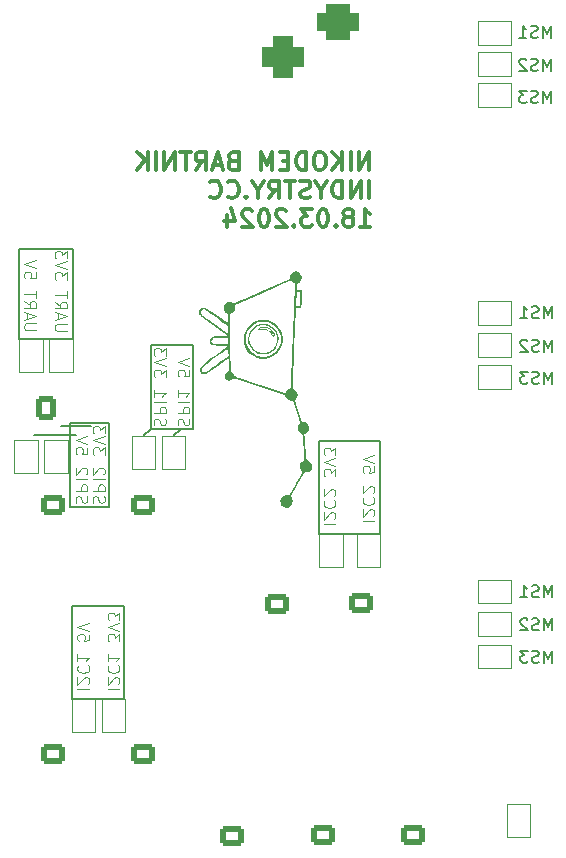
<source format=gbo>
%TF.GenerationSoftware,KiCad,Pcbnew,7.0.6*%
%TF.CreationDate,2024-03-18T20:13:49+01:00*%
%TF.ProjectId,startrckr_pcb,73746172-7472-4636-9b72-5f7063622e6b,rev?*%
%TF.SameCoordinates,Original*%
%TF.FileFunction,Legend,Bot*%
%TF.FilePolarity,Positive*%
%FSLAX46Y46*%
G04 Gerber Fmt 4.6, Leading zero omitted, Abs format (unit mm)*
G04 Created by KiCad (PCBNEW 7.0.6) date 2024-03-18 20:13:49*
%MOMM*%
%LPD*%
G01*
G04 APERTURE LIST*
G04 Aperture macros list*
%AMRoundRect*
0 Rectangle with rounded corners*
0 $1 Rounding radius*
0 $2 $3 $4 $5 $6 $7 $8 $9 X,Y pos of 4 corners*
0 Add a 4 corners polygon primitive as box body*
4,1,4,$2,$3,$4,$5,$6,$7,$8,$9,$2,$3,0*
0 Add four circle primitives for the rounded corners*
1,1,$1+$1,$2,$3*
1,1,$1+$1,$4,$5*
1,1,$1+$1,$6,$7*
1,1,$1+$1,$8,$9*
0 Add four rect primitives between the rounded corners*
20,1,$1+$1,$2,$3,$4,$5,0*
20,1,$1+$1,$4,$5,$6,$7,0*
20,1,$1+$1,$6,$7,$8,$9,0*
20,1,$1+$1,$8,$9,$2,$3,0*%
G04 Aperture macros list end*
%ADD10C,0.150000*%
%ADD11C,0.125000*%
%ADD12C,0.300000*%
%ADD13C,0.177800*%
%ADD14C,0.120000*%
%ADD15RoundRect,0.250000X-0.750000X0.600000X-0.750000X-0.600000X0.750000X-0.600000X0.750000X0.600000X0*%
%ADD16O,2.000000X1.700000*%
%ADD17R,2.000000X2.000000*%
%ADD18C,2.000000*%
%ADD19O,1.950000X1.700000*%
%ADD20RoundRect,0.250000X-0.725000X0.600000X-0.725000X-0.600000X0.725000X-0.600000X0.725000X0.600000X0*%
%ADD21RoundRect,0.250000X-0.600000X-0.725000X0.600000X-0.725000X0.600000X0.725000X-0.600000X0.725000X0*%
%ADD22O,1.700000X1.950000*%
%ADD23R,3.500000X3.500000*%
%ADD24RoundRect,0.750000X-1.000000X0.750000X-1.000000X-0.750000X1.000000X-0.750000X1.000000X0.750000X0*%
%ADD25RoundRect,0.875000X-0.875000X0.875000X-0.875000X-0.875000X0.875000X-0.875000X0.875000X0.875000X0*%
%ADD26R,1.500000X1.000000*%
%ADD27R,1.700000X1.700000*%
%ADD28O,1.700000X1.700000*%
%ADD29RoundRect,0.250000X0.725000X-0.600000X0.725000X0.600000X-0.725000X0.600000X-0.725000X-0.600000X0*%
%ADD30C,1.700000*%
%ADD31C,4.000000*%
%ADD32R,1.600000X1.600000*%
%ADD33O,1.600000X1.600000*%
%ADD34R,1.000000X1.500000*%
G04 APERTURE END LIST*
D10*
X197120000Y-98044000D02*
X202295000Y-98044000D01*
X202295000Y-105930000D01*
X197120000Y-105930000D01*
X197120000Y-98044000D01*
X182880000Y-89916000D02*
X186436000Y-89916000D01*
X186436000Y-97028000D01*
X182880000Y-97028000D01*
X182880000Y-89916000D01*
X171720000Y-81788000D02*
X176276000Y-81788000D01*
X176276000Y-89420000D01*
X171720000Y-89420000D01*
X171720000Y-81788000D01*
X176022000Y-96520000D02*
X179324000Y-96520000D01*
X179324000Y-103632000D01*
X176022000Y-103632000D01*
X176022000Y-96520000D01*
X176165000Y-112014000D02*
X180594000Y-112014000D01*
X180594000Y-119870000D01*
X176165000Y-119870000D01*
X176165000Y-112014000D01*
D11*
X197486880Y-105089668D02*
X198486880Y-105089668D01*
X198391642Y-104661097D02*
X198439261Y-104613478D01*
X198439261Y-104613478D02*
X198486880Y-104518240D01*
X198486880Y-104518240D02*
X198486880Y-104280145D01*
X198486880Y-104280145D02*
X198439261Y-104184907D01*
X198439261Y-104184907D02*
X198391642Y-104137288D01*
X198391642Y-104137288D02*
X198296404Y-104089669D01*
X198296404Y-104089669D02*
X198201166Y-104089669D01*
X198201166Y-104089669D02*
X198058309Y-104137288D01*
X198058309Y-104137288D02*
X197486880Y-104708716D01*
X197486880Y-104708716D02*
X197486880Y-104089669D01*
X197582119Y-103089669D02*
X197534500Y-103137288D01*
X197534500Y-103137288D02*
X197486880Y-103280145D01*
X197486880Y-103280145D02*
X197486880Y-103375383D01*
X197486880Y-103375383D02*
X197534500Y-103518240D01*
X197534500Y-103518240D02*
X197629738Y-103613478D01*
X197629738Y-103613478D02*
X197724976Y-103661097D01*
X197724976Y-103661097D02*
X197915452Y-103708716D01*
X197915452Y-103708716D02*
X198058309Y-103708716D01*
X198058309Y-103708716D02*
X198248785Y-103661097D01*
X198248785Y-103661097D02*
X198344023Y-103613478D01*
X198344023Y-103613478D02*
X198439261Y-103518240D01*
X198439261Y-103518240D02*
X198486880Y-103375383D01*
X198486880Y-103375383D02*
X198486880Y-103280145D01*
X198486880Y-103280145D02*
X198439261Y-103137288D01*
X198439261Y-103137288D02*
X198391642Y-103089669D01*
X198391642Y-102708716D02*
X198439261Y-102661097D01*
X198439261Y-102661097D02*
X198486880Y-102565859D01*
X198486880Y-102565859D02*
X198486880Y-102327764D01*
X198486880Y-102327764D02*
X198439261Y-102232526D01*
X198439261Y-102232526D02*
X198391642Y-102184907D01*
X198391642Y-102184907D02*
X198296404Y-102137288D01*
X198296404Y-102137288D02*
X198201166Y-102137288D01*
X198201166Y-102137288D02*
X198058309Y-102184907D01*
X198058309Y-102184907D02*
X197486880Y-102756335D01*
X197486880Y-102756335D02*
X197486880Y-102137288D01*
X198486880Y-101042049D02*
X198486880Y-100423002D01*
X198486880Y-100423002D02*
X198105928Y-100756335D01*
X198105928Y-100756335D02*
X198105928Y-100613478D01*
X198105928Y-100613478D02*
X198058309Y-100518240D01*
X198058309Y-100518240D02*
X198010690Y-100470621D01*
X198010690Y-100470621D02*
X197915452Y-100423002D01*
X197915452Y-100423002D02*
X197677357Y-100423002D01*
X197677357Y-100423002D02*
X197582119Y-100470621D01*
X197582119Y-100470621D02*
X197534500Y-100518240D01*
X197534500Y-100518240D02*
X197486880Y-100613478D01*
X197486880Y-100613478D02*
X197486880Y-100899192D01*
X197486880Y-100899192D02*
X197534500Y-100994430D01*
X197534500Y-100994430D02*
X197582119Y-101042049D01*
X198486880Y-100137287D02*
X197486880Y-99803954D01*
X197486880Y-99803954D02*
X198486880Y-99470621D01*
X198486880Y-99232525D02*
X198486880Y-98613478D01*
X198486880Y-98613478D02*
X198105928Y-98946811D01*
X198105928Y-98946811D02*
X198105928Y-98803954D01*
X198105928Y-98803954D02*
X198058309Y-98708716D01*
X198058309Y-98708716D02*
X198010690Y-98661097D01*
X198010690Y-98661097D02*
X197915452Y-98613478D01*
X197915452Y-98613478D02*
X197677357Y-98613478D01*
X197677357Y-98613478D02*
X197582119Y-98661097D01*
X197582119Y-98661097D02*
X197534500Y-98708716D01*
X197534500Y-98708716D02*
X197486880Y-98803954D01*
X197486880Y-98803954D02*
X197486880Y-99089668D01*
X197486880Y-99089668D02*
X197534500Y-99184906D01*
X197534500Y-99184906D02*
X197582119Y-99232525D01*
X200788880Y-104835668D02*
X201788880Y-104835668D01*
X201693642Y-104407097D02*
X201741261Y-104359478D01*
X201741261Y-104359478D02*
X201788880Y-104264240D01*
X201788880Y-104264240D02*
X201788880Y-104026145D01*
X201788880Y-104026145D02*
X201741261Y-103930907D01*
X201741261Y-103930907D02*
X201693642Y-103883288D01*
X201693642Y-103883288D02*
X201598404Y-103835669D01*
X201598404Y-103835669D02*
X201503166Y-103835669D01*
X201503166Y-103835669D02*
X201360309Y-103883288D01*
X201360309Y-103883288D02*
X200788880Y-104454716D01*
X200788880Y-104454716D02*
X200788880Y-103835669D01*
X200884119Y-102835669D02*
X200836500Y-102883288D01*
X200836500Y-102883288D02*
X200788880Y-103026145D01*
X200788880Y-103026145D02*
X200788880Y-103121383D01*
X200788880Y-103121383D02*
X200836500Y-103264240D01*
X200836500Y-103264240D02*
X200931738Y-103359478D01*
X200931738Y-103359478D02*
X201026976Y-103407097D01*
X201026976Y-103407097D02*
X201217452Y-103454716D01*
X201217452Y-103454716D02*
X201360309Y-103454716D01*
X201360309Y-103454716D02*
X201550785Y-103407097D01*
X201550785Y-103407097D02*
X201646023Y-103359478D01*
X201646023Y-103359478D02*
X201741261Y-103264240D01*
X201741261Y-103264240D02*
X201788880Y-103121383D01*
X201788880Y-103121383D02*
X201788880Y-103026145D01*
X201788880Y-103026145D02*
X201741261Y-102883288D01*
X201741261Y-102883288D02*
X201693642Y-102835669D01*
X201693642Y-102454716D02*
X201741261Y-102407097D01*
X201741261Y-102407097D02*
X201788880Y-102311859D01*
X201788880Y-102311859D02*
X201788880Y-102073764D01*
X201788880Y-102073764D02*
X201741261Y-101978526D01*
X201741261Y-101978526D02*
X201693642Y-101930907D01*
X201693642Y-101930907D02*
X201598404Y-101883288D01*
X201598404Y-101883288D02*
X201503166Y-101883288D01*
X201503166Y-101883288D02*
X201360309Y-101930907D01*
X201360309Y-101930907D02*
X200788880Y-102502335D01*
X200788880Y-102502335D02*
X200788880Y-101883288D01*
X201788880Y-100216621D02*
X201788880Y-100692811D01*
X201788880Y-100692811D02*
X201312690Y-100740430D01*
X201312690Y-100740430D02*
X201360309Y-100692811D01*
X201360309Y-100692811D02*
X201407928Y-100597573D01*
X201407928Y-100597573D02*
X201407928Y-100359478D01*
X201407928Y-100359478D02*
X201360309Y-100264240D01*
X201360309Y-100264240D02*
X201312690Y-100216621D01*
X201312690Y-100216621D02*
X201217452Y-100169002D01*
X201217452Y-100169002D02*
X200979357Y-100169002D01*
X200979357Y-100169002D02*
X200884119Y-100216621D01*
X200884119Y-100216621D02*
X200836500Y-100264240D01*
X200836500Y-100264240D02*
X200788880Y-100359478D01*
X200788880Y-100359478D02*
X200788880Y-100597573D01*
X200788880Y-100597573D02*
X200836500Y-100692811D01*
X200836500Y-100692811D02*
X200884119Y-100740430D01*
X201788880Y-99883287D02*
X200788880Y-99549954D01*
X200788880Y-99549954D02*
X201788880Y-99216621D01*
X176655835Y-119064808D02*
X177655835Y-119064808D01*
X177560597Y-118636237D02*
X177608216Y-118588618D01*
X177608216Y-118588618D02*
X177655835Y-118493380D01*
X177655835Y-118493380D02*
X177655835Y-118255285D01*
X177655835Y-118255285D02*
X177608216Y-118160047D01*
X177608216Y-118160047D02*
X177560597Y-118112428D01*
X177560597Y-118112428D02*
X177465359Y-118064809D01*
X177465359Y-118064809D02*
X177370121Y-118064809D01*
X177370121Y-118064809D02*
X177227264Y-118112428D01*
X177227264Y-118112428D02*
X176655835Y-118683856D01*
X176655835Y-118683856D02*
X176655835Y-118064809D01*
X176751074Y-117064809D02*
X176703455Y-117112428D01*
X176703455Y-117112428D02*
X176655835Y-117255285D01*
X176655835Y-117255285D02*
X176655835Y-117350523D01*
X176655835Y-117350523D02*
X176703455Y-117493380D01*
X176703455Y-117493380D02*
X176798693Y-117588618D01*
X176798693Y-117588618D02*
X176893931Y-117636237D01*
X176893931Y-117636237D02*
X177084407Y-117683856D01*
X177084407Y-117683856D02*
X177227264Y-117683856D01*
X177227264Y-117683856D02*
X177417740Y-117636237D01*
X177417740Y-117636237D02*
X177512978Y-117588618D01*
X177512978Y-117588618D02*
X177608216Y-117493380D01*
X177608216Y-117493380D02*
X177655835Y-117350523D01*
X177655835Y-117350523D02*
X177655835Y-117255285D01*
X177655835Y-117255285D02*
X177608216Y-117112428D01*
X177608216Y-117112428D02*
X177560597Y-117064809D01*
X176655835Y-116112428D02*
X176655835Y-116683856D01*
X176655835Y-116398142D02*
X177655835Y-116398142D01*
X177655835Y-116398142D02*
X177512978Y-116493380D01*
X177512978Y-116493380D02*
X177417740Y-116588618D01*
X177417740Y-116588618D02*
X177370121Y-116683856D01*
X177655835Y-114445761D02*
X177655835Y-114921951D01*
X177655835Y-114921951D02*
X177179645Y-114969570D01*
X177179645Y-114969570D02*
X177227264Y-114921951D01*
X177227264Y-114921951D02*
X177274883Y-114826713D01*
X177274883Y-114826713D02*
X177274883Y-114588618D01*
X177274883Y-114588618D02*
X177227264Y-114493380D01*
X177227264Y-114493380D02*
X177179645Y-114445761D01*
X177179645Y-114445761D02*
X177084407Y-114398142D01*
X177084407Y-114398142D02*
X176846312Y-114398142D01*
X176846312Y-114398142D02*
X176751074Y-114445761D01*
X176751074Y-114445761D02*
X176703455Y-114493380D01*
X176703455Y-114493380D02*
X176655835Y-114588618D01*
X176655835Y-114588618D02*
X176655835Y-114826713D01*
X176655835Y-114826713D02*
X176703455Y-114921951D01*
X176703455Y-114921951D02*
X176751074Y-114969570D01*
X177655835Y-114112427D02*
X176655835Y-113779094D01*
X176655835Y-113779094D02*
X177655835Y-113445761D01*
X179198880Y-119059668D02*
X180198880Y-119059668D01*
X180103642Y-118631097D02*
X180151261Y-118583478D01*
X180151261Y-118583478D02*
X180198880Y-118488240D01*
X180198880Y-118488240D02*
X180198880Y-118250145D01*
X180198880Y-118250145D02*
X180151261Y-118154907D01*
X180151261Y-118154907D02*
X180103642Y-118107288D01*
X180103642Y-118107288D02*
X180008404Y-118059669D01*
X180008404Y-118059669D02*
X179913166Y-118059669D01*
X179913166Y-118059669D02*
X179770309Y-118107288D01*
X179770309Y-118107288D02*
X179198880Y-118678716D01*
X179198880Y-118678716D02*
X179198880Y-118059669D01*
X179294119Y-117059669D02*
X179246500Y-117107288D01*
X179246500Y-117107288D02*
X179198880Y-117250145D01*
X179198880Y-117250145D02*
X179198880Y-117345383D01*
X179198880Y-117345383D02*
X179246500Y-117488240D01*
X179246500Y-117488240D02*
X179341738Y-117583478D01*
X179341738Y-117583478D02*
X179436976Y-117631097D01*
X179436976Y-117631097D02*
X179627452Y-117678716D01*
X179627452Y-117678716D02*
X179770309Y-117678716D01*
X179770309Y-117678716D02*
X179960785Y-117631097D01*
X179960785Y-117631097D02*
X180056023Y-117583478D01*
X180056023Y-117583478D02*
X180151261Y-117488240D01*
X180151261Y-117488240D02*
X180198880Y-117345383D01*
X180198880Y-117345383D02*
X180198880Y-117250145D01*
X180198880Y-117250145D02*
X180151261Y-117107288D01*
X180151261Y-117107288D02*
X180103642Y-117059669D01*
X179198880Y-116107288D02*
X179198880Y-116678716D01*
X179198880Y-116393002D02*
X180198880Y-116393002D01*
X180198880Y-116393002D02*
X180056023Y-116488240D01*
X180056023Y-116488240D02*
X179960785Y-116583478D01*
X179960785Y-116583478D02*
X179913166Y-116678716D01*
X180198880Y-115012049D02*
X180198880Y-114393002D01*
X180198880Y-114393002D02*
X179817928Y-114726335D01*
X179817928Y-114726335D02*
X179817928Y-114583478D01*
X179817928Y-114583478D02*
X179770309Y-114488240D01*
X179770309Y-114488240D02*
X179722690Y-114440621D01*
X179722690Y-114440621D02*
X179627452Y-114393002D01*
X179627452Y-114393002D02*
X179389357Y-114393002D01*
X179389357Y-114393002D02*
X179294119Y-114440621D01*
X179294119Y-114440621D02*
X179246500Y-114488240D01*
X179246500Y-114488240D02*
X179198880Y-114583478D01*
X179198880Y-114583478D02*
X179198880Y-114869192D01*
X179198880Y-114869192D02*
X179246500Y-114964430D01*
X179246500Y-114964430D02*
X179294119Y-115012049D01*
X180198880Y-114107287D02*
X179198880Y-113773954D01*
X179198880Y-113773954D02*
X180198880Y-113440621D01*
X180198880Y-113202525D02*
X180198880Y-112583478D01*
X180198880Y-112583478D02*
X179817928Y-112916811D01*
X179817928Y-112916811D02*
X179817928Y-112773954D01*
X179817928Y-112773954D02*
X179770309Y-112678716D01*
X179770309Y-112678716D02*
X179722690Y-112631097D01*
X179722690Y-112631097D02*
X179627452Y-112583478D01*
X179627452Y-112583478D02*
X179389357Y-112583478D01*
X179389357Y-112583478D02*
X179294119Y-112631097D01*
X179294119Y-112631097D02*
X179246500Y-112678716D01*
X179246500Y-112678716D02*
X179198880Y-112773954D01*
X179198880Y-112773954D02*
X179198880Y-113059668D01*
X179198880Y-113059668D02*
X179246500Y-113154906D01*
X179246500Y-113154906D02*
X179294119Y-113202525D01*
D10*
X184785000Y-97660000D02*
X185420000Y-97028000D01*
X182245000Y-97660000D02*
X182880000Y-97028000D01*
X177800000Y-96774000D02*
X175260000Y-96774000D01*
X176530000Y-97536000D02*
X172974000Y-97536000D01*
D11*
X176540859Y-103307811D02*
X176493239Y-103164954D01*
X176493239Y-103164954D02*
X176493239Y-102926859D01*
X176493239Y-102926859D02*
X176540859Y-102831621D01*
X176540859Y-102831621D02*
X176588478Y-102784002D01*
X176588478Y-102784002D02*
X176683716Y-102736383D01*
X176683716Y-102736383D02*
X176778954Y-102736383D01*
X176778954Y-102736383D02*
X176874192Y-102784002D01*
X176874192Y-102784002D02*
X176921811Y-102831621D01*
X176921811Y-102831621D02*
X176969430Y-102926859D01*
X176969430Y-102926859D02*
X177017049Y-103117335D01*
X177017049Y-103117335D02*
X177064668Y-103212573D01*
X177064668Y-103212573D02*
X177112287Y-103260192D01*
X177112287Y-103260192D02*
X177207525Y-103307811D01*
X177207525Y-103307811D02*
X177302763Y-103307811D01*
X177302763Y-103307811D02*
X177398001Y-103260192D01*
X177398001Y-103260192D02*
X177445620Y-103212573D01*
X177445620Y-103212573D02*
X177493239Y-103117335D01*
X177493239Y-103117335D02*
X177493239Y-102879240D01*
X177493239Y-102879240D02*
X177445620Y-102736383D01*
X176493239Y-102307811D02*
X177493239Y-102307811D01*
X177493239Y-102307811D02*
X177493239Y-101926859D01*
X177493239Y-101926859D02*
X177445620Y-101831621D01*
X177445620Y-101831621D02*
X177398001Y-101784002D01*
X177398001Y-101784002D02*
X177302763Y-101736383D01*
X177302763Y-101736383D02*
X177159906Y-101736383D01*
X177159906Y-101736383D02*
X177064668Y-101784002D01*
X177064668Y-101784002D02*
X177017049Y-101831621D01*
X177017049Y-101831621D02*
X176969430Y-101926859D01*
X176969430Y-101926859D02*
X176969430Y-102307811D01*
X176493239Y-101307811D02*
X177493239Y-101307811D01*
X177398001Y-100879240D02*
X177445620Y-100831621D01*
X177445620Y-100831621D02*
X177493239Y-100736383D01*
X177493239Y-100736383D02*
X177493239Y-100498288D01*
X177493239Y-100498288D02*
X177445620Y-100403050D01*
X177445620Y-100403050D02*
X177398001Y-100355431D01*
X177398001Y-100355431D02*
X177302763Y-100307812D01*
X177302763Y-100307812D02*
X177207525Y-100307812D01*
X177207525Y-100307812D02*
X177064668Y-100355431D01*
X177064668Y-100355431D02*
X176493239Y-100926859D01*
X176493239Y-100926859D02*
X176493239Y-100307812D01*
X177493239Y-98641145D02*
X177493239Y-99117335D01*
X177493239Y-99117335D02*
X177017049Y-99164954D01*
X177017049Y-99164954D02*
X177064668Y-99117335D01*
X177064668Y-99117335D02*
X177112287Y-99022097D01*
X177112287Y-99022097D02*
X177112287Y-98784002D01*
X177112287Y-98784002D02*
X177064668Y-98688764D01*
X177064668Y-98688764D02*
X177017049Y-98641145D01*
X177017049Y-98641145D02*
X176921811Y-98593526D01*
X176921811Y-98593526D02*
X176683716Y-98593526D01*
X176683716Y-98593526D02*
X176588478Y-98641145D01*
X176588478Y-98641145D02*
X176540859Y-98688764D01*
X176540859Y-98688764D02*
X176493239Y-98784002D01*
X176493239Y-98784002D02*
X176493239Y-99022097D01*
X176493239Y-99022097D02*
X176540859Y-99117335D01*
X176540859Y-99117335D02*
X176588478Y-99164954D01*
X177493239Y-98307811D02*
X176493239Y-97974478D01*
X176493239Y-97974478D02*
X177493239Y-97641145D01*
X177993257Y-103312952D02*
X177945637Y-103170095D01*
X177945637Y-103170095D02*
X177945637Y-102932000D01*
X177945637Y-102932000D02*
X177993257Y-102836762D01*
X177993257Y-102836762D02*
X178040876Y-102789143D01*
X178040876Y-102789143D02*
X178136114Y-102741524D01*
X178136114Y-102741524D02*
X178231352Y-102741524D01*
X178231352Y-102741524D02*
X178326590Y-102789143D01*
X178326590Y-102789143D02*
X178374209Y-102836762D01*
X178374209Y-102836762D02*
X178421828Y-102932000D01*
X178421828Y-102932000D02*
X178469447Y-103122476D01*
X178469447Y-103122476D02*
X178517066Y-103217714D01*
X178517066Y-103217714D02*
X178564685Y-103265333D01*
X178564685Y-103265333D02*
X178659923Y-103312952D01*
X178659923Y-103312952D02*
X178755161Y-103312952D01*
X178755161Y-103312952D02*
X178850399Y-103265333D01*
X178850399Y-103265333D02*
X178898018Y-103217714D01*
X178898018Y-103217714D02*
X178945637Y-103122476D01*
X178945637Y-103122476D02*
X178945637Y-102884381D01*
X178945637Y-102884381D02*
X178898018Y-102741524D01*
X177945637Y-102312952D02*
X178945637Y-102312952D01*
X178945637Y-102312952D02*
X178945637Y-101932000D01*
X178945637Y-101932000D02*
X178898018Y-101836762D01*
X178898018Y-101836762D02*
X178850399Y-101789143D01*
X178850399Y-101789143D02*
X178755161Y-101741524D01*
X178755161Y-101741524D02*
X178612304Y-101741524D01*
X178612304Y-101741524D02*
X178517066Y-101789143D01*
X178517066Y-101789143D02*
X178469447Y-101836762D01*
X178469447Y-101836762D02*
X178421828Y-101932000D01*
X178421828Y-101932000D02*
X178421828Y-102312952D01*
X177945637Y-101312952D02*
X178945637Y-101312952D01*
X178850399Y-100884381D02*
X178898018Y-100836762D01*
X178898018Y-100836762D02*
X178945637Y-100741524D01*
X178945637Y-100741524D02*
X178945637Y-100503429D01*
X178945637Y-100503429D02*
X178898018Y-100408191D01*
X178898018Y-100408191D02*
X178850399Y-100360572D01*
X178850399Y-100360572D02*
X178755161Y-100312953D01*
X178755161Y-100312953D02*
X178659923Y-100312953D01*
X178659923Y-100312953D02*
X178517066Y-100360572D01*
X178517066Y-100360572D02*
X177945637Y-100932000D01*
X177945637Y-100932000D02*
X177945637Y-100312953D01*
X178945637Y-99217714D02*
X178945637Y-98598667D01*
X178945637Y-98598667D02*
X178564685Y-98932000D01*
X178564685Y-98932000D02*
X178564685Y-98789143D01*
X178564685Y-98789143D02*
X178517066Y-98693905D01*
X178517066Y-98693905D02*
X178469447Y-98646286D01*
X178469447Y-98646286D02*
X178374209Y-98598667D01*
X178374209Y-98598667D02*
X178136114Y-98598667D01*
X178136114Y-98598667D02*
X178040876Y-98646286D01*
X178040876Y-98646286D02*
X177993257Y-98693905D01*
X177993257Y-98693905D02*
X177945637Y-98789143D01*
X177945637Y-98789143D02*
X177945637Y-99074857D01*
X177945637Y-99074857D02*
X177993257Y-99170095D01*
X177993257Y-99170095D02*
X178040876Y-99217714D01*
X178945637Y-98312952D02*
X177945637Y-97979619D01*
X177945637Y-97979619D02*
X178945637Y-97646286D01*
X178945637Y-97408190D02*
X178945637Y-96789143D01*
X178945637Y-96789143D02*
X178564685Y-97122476D01*
X178564685Y-97122476D02*
X178564685Y-96979619D01*
X178564685Y-96979619D02*
X178517066Y-96884381D01*
X178517066Y-96884381D02*
X178469447Y-96836762D01*
X178469447Y-96836762D02*
X178374209Y-96789143D01*
X178374209Y-96789143D02*
X178136114Y-96789143D01*
X178136114Y-96789143D02*
X178040876Y-96836762D01*
X178040876Y-96836762D02*
X177993257Y-96884381D01*
X177993257Y-96884381D02*
X177945637Y-96979619D01*
X177945637Y-96979619D02*
X177945637Y-97265333D01*
X177945637Y-97265333D02*
X177993257Y-97360571D01*
X177993257Y-97360571D02*
X178040876Y-97408190D01*
X183176500Y-96727287D02*
X183128880Y-96584430D01*
X183128880Y-96584430D02*
X183128880Y-96346335D01*
X183128880Y-96346335D02*
X183176500Y-96251097D01*
X183176500Y-96251097D02*
X183224119Y-96203478D01*
X183224119Y-96203478D02*
X183319357Y-96155859D01*
X183319357Y-96155859D02*
X183414595Y-96155859D01*
X183414595Y-96155859D02*
X183509833Y-96203478D01*
X183509833Y-96203478D02*
X183557452Y-96251097D01*
X183557452Y-96251097D02*
X183605071Y-96346335D01*
X183605071Y-96346335D02*
X183652690Y-96536811D01*
X183652690Y-96536811D02*
X183700309Y-96632049D01*
X183700309Y-96632049D02*
X183747928Y-96679668D01*
X183747928Y-96679668D02*
X183843166Y-96727287D01*
X183843166Y-96727287D02*
X183938404Y-96727287D01*
X183938404Y-96727287D02*
X184033642Y-96679668D01*
X184033642Y-96679668D02*
X184081261Y-96632049D01*
X184081261Y-96632049D02*
X184128880Y-96536811D01*
X184128880Y-96536811D02*
X184128880Y-96298716D01*
X184128880Y-96298716D02*
X184081261Y-96155859D01*
X183128880Y-95727287D02*
X184128880Y-95727287D01*
X184128880Y-95727287D02*
X184128880Y-95346335D01*
X184128880Y-95346335D02*
X184081261Y-95251097D01*
X184081261Y-95251097D02*
X184033642Y-95203478D01*
X184033642Y-95203478D02*
X183938404Y-95155859D01*
X183938404Y-95155859D02*
X183795547Y-95155859D01*
X183795547Y-95155859D02*
X183700309Y-95203478D01*
X183700309Y-95203478D02*
X183652690Y-95251097D01*
X183652690Y-95251097D02*
X183605071Y-95346335D01*
X183605071Y-95346335D02*
X183605071Y-95727287D01*
X183128880Y-94727287D02*
X184128880Y-94727287D01*
X183128880Y-93727288D02*
X183128880Y-94298716D01*
X183128880Y-94013002D02*
X184128880Y-94013002D01*
X184128880Y-94013002D02*
X183986023Y-94108240D01*
X183986023Y-94108240D02*
X183890785Y-94203478D01*
X183890785Y-94203478D02*
X183843166Y-94298716D01*
X184128880Y-92632049D02*
X184128880Y-92013002D01*
X184128880Y-92013002D02*
X183747928Y-92346335D01*
X183747928Y-92346335D02*
X183747928Y-92203478D01*
X183747928Y-92203478D02*
X183700309Y-92108240D01*
X183700309Y-92108240D02*
X183652690Y-92060621D01*
X183652690Y-92060621D02*
X183557452Y-92013002D01*
X183557452Y-92013002D02*
X183319357Y-92013002D01*
X183319357Y-92013002D02*
X183224119Y-92060621D01*
X183224119Y-92060621D02*
X183176500Y-92108240D01*
X183176500Y-92108240D02*
X183128880Y-92203478D01*
X183128880Y-92203478D02*
X183128880Y-92489192D01*
X183128880Y-92489192D02*
X183176500Y-92584430D01*
X183176500Y-92584430D02*
X183224119Y-92632049D01*
X184128880Y-91727287D02*
X183128880Y-91393954D01*
X183128880Y-91393954D02*
X184128880Y-91060621D01*
X184128880Y-90822525D02*
X184128880Y-90203478D01*
X184128880Y-90203478D02*
X183747928Y-90536811D01*
X183747928Y-90536811D02*
X183747928Y-90393954D01*
X183747928Y-90393954D02*
X183700309Y-90298716D01*
X183700309Y-90298716D02*
X183652690Y-90251097D01*
X183652690Y-90251097D02*
X183557452Y-90203478D01*
X183557452Y-90203478D02*
X183319357Y-90203478D01*
X183319357Y-90203478D02*
X183224119Y-90251097D01*
X183224119Y-90251097D02*
X183176500Y-90298716D01*
X183176500Y-90298716D02*
X183128880Y-90393954D01*
X183128880Y-90393954D02*
X183128880Y-90679668D01*
X183128880Y-90679668D02*
X183176500Y-90774906D01*
X183176500Y-90774906D02*
X183224119Y-90822525D01*
X185176500Y-96727287D02*
X185128880Y-96584430D01*
X185128880Y-96584430D02*
X185128880Y-96346335D01*
X185128880Y-96346335D02*
X185176500Y-96251097D01*
X185176500Y-96251097D02*
X185224119Y-96203478D01*
X185224119Y-96203478D02*
X185319357Y-96155859D01*
X185319357Y-96155859D02*
X185414595Y-96155859D01*
X185414595Y-96155859D02*
X185509833Y-96203478D01*
X185509833Y-96203478D02*
X185557452Y-96251097D01*
X185557452Y-96251097D02*
X185605071Y-96346335D01*
X185605071Y-96346335D02*
X185652690Y-96536811D01*
X185652690Y-96536811D02*
X185700309Y-96632049D01*
X185700309Y-96632049D02*
X185747928Y-96679668D01*
X185747928Y-96679668D02*
X185843166Y-96727287D01*
X185843166Y-96727287D02*
X185938404Y-96727287D01*
X185938404Y-96727287D02*
X186033642Y-96679668D01*
X186033642Y-96679668D02*
X186081261Y-96632049D01*
X186081261Y-96632049D02*
X186128880Y-96536811D01*
X186128880Y-96536811D02*
X186128880Y-96298716D01*
X186128880Y-96298716D02*
X186081261Y-96155859D01*
X185128880Y-95727287D02*
X186128880Y-95727287D01*
X186128880Y-95727287D02*
X186128880Y-95346335D01*
X186128880Y-95346335D02*
X186081261Y-95251097D01*
X186081261Y-95251097D02*
X186033642Y-95203478D01*
X186033642Y-95203478D02*
X185938404Y-95155859D01*
X185938404Y-95155859D02*
X185795547Y-95155859D01*
X185795547Y-95155859D02*
X185700309Y-95203478D01*
X185700309Y-95203478D02*
X185652690Y-95251097D01*
X185652690Y-95251097D02*
X185605071Y-95346335D01*
X185605071Y-95346335D02*
X185605071Y-95727287D01*
X185128880Y-94727287D02*
X186128880Y-94727287D01*
X185128880Y-93727288D02*
X185128880Y-94298716D01*
X185128880Y-94013002D02*
X186128880Y-94013002D01*
X186128880Y-94013002D02*
X185986023Y-94108240D01*
X185986023Y-94108240D02*
X185890785Y-94203478D01*
X185890785Y-94203478D02*
X185843166Y-94298716D01*
X186128880Y-92060621D02*
X186128880Y-92536811D01*
X186128880Y-92536811D02*
X185652690Y-92584430D01*
X185652690Y-92584430D02*
X185700309Y-92536811D01*
X185700309Y-92536811D02*
X185747928Y-92441573D01*
X185747928Y-92441573D02*
X185747928Y-92203478D01*
X185747928Y-92203478D02*
X185700309Y-92108240D01*
X185700309Y-92108240D02*
X185652690Y-92060621D01*
X185652690Y-92060621D02*
X185557452Y-92013002D01*
X185557452Y-92013002D02*
X185319357Y-92013002D01*
X185319357Y-92013002D02*
X185224119Y-92060621D01*
X185224119Y-92060621D02*
X185176500Y-92108240D01*
X185176500Y-92108240D02*
X185128880Y-92203478D01*
X185128880Y-92203478D02*
X185128880Y-92441573D01*
X185128880Y-92441573D02*
X185176500Y-92536811D01*
X185176500Y-92536811D02*
X185224119Y-92584430D01*
X186128880Y-91727287D02*
X185128880Y-91393954D01*
X185128880Y-91393954D02*
X186128880Y-91060621D01*
X175742473Y-88731719D02*
X174932950Y-88731719D01*
X174932950Y-88731719D02*
X174837712Y-88684100D01*
X174837712Y-88684100D02*
X174790093Y-88636481D01*
X174790093Y-88636481D02*
X174742473Y-88541243D01*
X174742473Y-88541243D02*
X174742473Y-88350767D01*
X174742473Y-88350767D02*
X174790093Y-88255529D01*
X174790093Y-88255529D02*
X174837712Y-88207910D01*
X174837712Y-88207910D02*
X174932950Y-88160291D01*
X174932950Y-88160291D02*
X175742473Y-88160291D01*
X175028188Y-87731719D02*
X175028188Y-87255529D01*
X174742473Y-87826957D02*
X175742473Y-87493624D01*
X175742473Y-87493624D02*
X174742473Y-87160291D01*
X174742473Y-86255529D02*
X175218664Y-86588862D01*
X174742473Y-86826957D02*
X175742473Y-86826957D01*
X175742473Y-86826957D02*
X175742473Y-86446005D01*
X175742473Y-86446005D02*
X175694854Y-86350767D01*
X175694854Y-86350767D02*
X175647235Y-86303148D01*
X175647235Y-86303148D02*
X175551997Y-86255529D01*
X175551997Y-86255529D02*
X175409140Y-86255529D01*
X175409140Y-86255529D02*
X175313902Y-86303148D01*
X175313902Y-86303148D02*
X175266283Y-86350767D01*
X175266283Y-86350767D02*
X175218664Y-86446005D01*
X175218664Y-86446005D02*
X175218664Y-86826957D01*
X175742473Y-85969814D02*
X175742473Y-85398386D01*
X174742473Y-85684100D02*
X175742473Y-85684100D01*
X175742473Y-84398385D02*
X175742473Y-83779338D01*
X175742473Y-83779338D02*
X175361521Y-84112671D01*
X175361521Y-84112671D02*
X175361521Y-83969814D01*
X175361521Y-83969814D02*
X175313902Y-83874576D01*
X175313902Y-83874576D02*
X175266283Y-83826957D01*
X175266283Y-83826957D02*
X175171045Y-83779338D01*
X175171045Y-83779338D02*
X174932950Y-83779338D01*
X174932950Y-83779338D02*
X174837712Y-83826957D01*
X174837712Y-83826957D02*
X174790093Y-83874576D01*
X174790093Y-83874576D02*
X174742473Y-83969814D01*
X174742473Y-83969814D02*
X174742473Y-84255528D01*
X174742473Y-84255528D02*
X174790093Y-84350766D01*
X174790093Y-84350766D02*
X174837712Y-84398385D01*
X175742473Y-83493623D02*
X174742473Y-83160290D01*
X174742473Y-83160290D02*
X175742473Y-82826957D01*
X175742473Y-82588861D02*
X175742473Y-81969814D01*
X175742473Y-81969814D02*
X175361521Y-82303147D01*
X175361521Y-82303147D02*
X175361521Y-82160290D01*
X175361521Y-82160290D02*
X175313902Y-82065052D01*
X175313902Y-82065052D02*
X175266283Y-82017433D01*
X175266283Y-82017433D02*
X175171045Y-81969814D01*
X175171045Y-81969814D02*
X174932950Y-81969814D01*
X174932950Y-81969814D02*
X174837712Y-82017433D01*
X174837712Y-82017433D02*
X174790093Y-82065052D01*
X174790093Y-82065052D02*
X174742473Y-82160290D01*
X174742473Y-82160290D02*
X174742473Y-82446004D01*
X174742473Y-82446004D02*
X174790093Y-82541242D01*
X174790093Y-82541242D02*
X174837712Y-82588861D01*
X173128880Y-88679668D02*
X172319357Y-88679668D01*
X172319357Y-88679668D02*
X172224119Y-88632049D01*
X172224119Y-88632049D02*
X172176500Y-88584430D01*
X172176500Y-88584430D02*
X172128880Y-88489192D01*
X172128880Y-88489192D02*
X172128880Y-88298716D01*
X172128880Y-88298716D02*
X172176500Y-88203478D01*
X172176500Y-88203478D02*
X172224119Y-88155859D01*
X172224119Y-88155859D02*
X172319357Y-88108240D01*
X172319357Y-88108240D02*
X173128880Y-88108240D01*
X172414595Y-87679668D02*
X172414595Y-87203478D01*
X172128880Y-87774906D02*
X173128880Y-87441573D01*
X173128880Y-87441573D02*
X172128880Y-87108240D01*
X172128880Y-86203478D02*
X172605071Y-86536811D01*
X172128880Y-86774906D02*
X173128880Y-86774906D01*
X173128880Y-86774906D02*
X173128880Y-86393954D01*
X173128880Y-86393954D02*
X173081261Y-86298716D01*
X173081261Y-86298716D02*
X173033642Y-86251097D01*
X173033642Y-86251097D02*
X172938404Y-86203478D01*
X172938404Y-86203478D02*
X172795547Y-86203478D01*
X172795547Y-86203478D02*
X172700309Y-86251097D01*
X172700309Y-86251097D02*
X172652690Y-86298716D01*
X172652690Y-86298716D02*
X172605071Y-86393954D01*
X172605071Y-86393954D02*
X172605071Y-86774906D01*
X173128880Y-85917763D02*
X173128880Y-85346335D01*
X172128880Y-85632049D02*
X173128880Y-85632049D01*
X173128880Y-83774906D02*
X173128880Y-84251096D01*
X173128880Y-84251096D02*
X172652690Y-84298715D01*
X172652690Y-84298715D02*
X172700309Y-84251096D01*
X172700309Y-84251096D02*
X172747928Y-84155858D01*
X172747928Y-84155858D02*
X172747928Y-83917763D01*
X172747928Y-83917763D02*
X172700309Y-83822525D01*
X172700309Y-83822525D02*
X172652690Y-83774906D01*
X172652690Y-83774906D02*
X172557452Y-83727287D01*
X172557452Y-83727287D02*
X172319357Y-83727287D01*
X172319357Y-83727287D02*
X172224119Y-83774906D01*
X172224119Y-83774906D02*
X172176500Y-83822525D01*
X172176500Y-83822525D02*
X172128880Y-83917763D01*
X172128880Y-83917763D02*
X172128880Y-84155858D01*
X172128880Y-84155858D02*
X172176500Y-84251096D01*
X172176500Y-84251096D02*
X172224119Y-84298715D01*
X173128880Y-83441572D02*
X172128880Y-83108239D01*
X172128880Y-83108239D02*
X173128880Y-82774906D01*
D12*
X201375489Y-75098328D02*
X201375489Y-73598328D01*
X201375489Y-73598328D02*
X200518346Y-75098328D01*
X200518346Y-75098328D02*
X200518346Y-73598328D01*
X199804060Y-75098328D02*
X199804060Y-73598328D01*
X199089774Y-75098328D02*
X199089774Y-73598328D01*
X198232631Y-75098328D02*
X198875488Y-74241185D01*
X198232631Y-73598328D02*
X199089774Y-74455471D01*
X197304059Y-73598328D02*
X197018345Y-73598328D01*
X197018345Y-73598328D02*
X196875488Y-73669757D01*
X196875488Y-73669757D02*
X196732631Y-73812614D01*
X196732631Y-73812614D02*
X196661202Y-74098328D01*
X196661202Y-74098328D02*
X196661202Y-74598328D01*
X196661202Y-74598328D02*
X196732631Y-74884042D01*
X196732631Y-74884042D02*
X196875488Y-75026900D01*
X196875488Y-75026900D02*
X197018345Y-75098328D01*
X197018345Y-75098328D02*
X197304059Y-75098328D01*
X197304059Y-75098328D02*
X197446917Y-75026900D01*
X197446917Y-75026900D02*
X197589774Y-74884042D01*
X197589774Y-74884042D02*
X197661202Y-74598328D01*
X197661202Y-74598328D02*
X197661202Y-74098328D01*
X197661202Y-74098328D02*
X197589774Y-73812614D01*
X197589774Y-73812614D02*
X197446917Y-73669757D01*
X197446917Y-73669757D02*
X197304059Y-73598328D01*
X196018345Y-75098328D02*
X196018345Y-73598328D01*
X196018345Y-73598328D02*
X195661202Y-73598328D01*
X195661202Y-73598328D02*
X195446916Y-73669757D01*
X195446916Y-73669757D02*
X195304059Y-73812614D01*
X195304059Y-73812614D02*
X195232630Y-73955471D01*
X195232630Y-73955471D02*
X195161202Y-74241185D01*
X195161202Y-74241185D02*
X195161202Y-74455471D01*
X195161202Y-74455471D02*
X195232630Y-74741185D01*
X195232630Y-74741185D02*
X195304059Y-74884042D01*
X195304059Y-74884042D02*
X195446916Y-75026900D01*
X195446916Y-75026900D02*
X195661202Y-75098328D01*
X195661202Y-75098328D02*
X196018345Y-75098328D01*
X194518345Y-74312614D02*
X194018345Y-74312614D01*
X193804059Y-75098328D02*
X194518345Y-75098328D01*
X194518345Y-75098328D02*
X194518345Y-73598328D01*
X194518345Y-73598328D02*
X193804059Y-73598328D01*
X193161202Y-75098328D02*
X193161202Y-73598328D01*
X193161202Y-73598328D02*
X192661202Y-74669757D01*
X192661202Y-74669757D02*
X192161202Y-73598328D01*
X192161202Y-73598328D02*
X192161202Y-75098328D01*
X189804059Y-74312614D02*
X189589773Y-74384042D01*
X189589773Y-74384042D02*
X189518344Y-74455471D01*
X189518344Y-74455471D02*
X189446916Y-74598328D01*
X189446916Y-74598328D02*
X189446916Y-74812614D01*
X189446916Y-74812614D02*
X189518344Y-74955471D01*
X189518344Y-74955471D02*
X189589773Y-75026900D01*
X189589773Y-75026900D02*
X189732630Y-75098328D01*
X189732630Y-75098328D02*
X190304059Y-75098328D01*
X190304059Y-75098328D02*
X190304059Y-73598328D01*
X190304059Y-73598328D02*
X189804059Y-73598328D01*
X189804059Y-73598328D02*
X189661202Y-73669757D01*
X189661202Y-73669757D02*
X189589773Y-73741185D01*
X189589773Y-73741185D02*
X189518344Y-73884042D01*
X189518344Y-73884042D02*
X189518344Y-74026900D01*
X189518344Y-74026900D02*
X189589773Y-74169757D01*
X189589773Y-74169757D02*
X189661202Y-74241185D01*
X189661202Y-74241185D02*
X189804059Y-74312614D01*
X189804059Y-74312614D02*
X190304059Y-74312614D01*
X188875487Y-74669757D02*
X188161202Y-74669757D01*
X189018344Y-75098328D02*
X188518344Y-73598328D01*
X188518344Y-73598328D02*
X188018344Y-75098328D01*
X186661202Y-75098328D02*
X187161202Y-74384042D01*
X187518345Y-75098328D02*
X187518345Y-73598328D01*
X187518345Y-73598328D02*
X186946916Y-73598328D01*
X186946916Y-73598328D02*
X186804059Y-73669757D01*
X186804059Y-73669757D02*
X186732630Y-73741185D01*
X186732630Y-73741185D02*
X186661202Y-73884042D01*
X186661202Y-73884042D02*
X186661202Y-74098328D01*
X186661202Y-74098328D02*
X186732630Y-74241185D01*
X186732630Y-74241185D02*
X186804059Y-74312614D01*
X186804059Y-74312614D02*
X186946916Y-74384042D01*
X186946916Y-74384042D02*
X187518345Y-74384042D01*
X186232630Y-73598328D02*
X185375488Y-73598328D01*
X185804059Y-75098328D02*
X185804059Y-73598328D01*
X184875488Y-75098328D02*
X184875488Y-73598328D01*
X184875488Y-73598328D02*
X184018345Y-75098328D01*
X184018345Y-75098328D02*
X184018345Y-73598328D01*
X183304059Y-75098328D02*
X183304059Y-73598328D01*
X182589773Y-75098328D02*
X182589773Y-73598328D01*
X181732630Y-75098328D02*
X182375487Y-74241185D01*
X181732630Y-73598328D02*
X182589773Y-74455471D01*
X201375489Y-77513328D02*
X201375489Y-76013328D01*
X200661203Y-77513328D02*
X200661203Y-76013328D01*
X200661203Y-76013328D02*
X199804060Y-77513328D01*
X199804060Y-77513328D02*
X199804060Y-76013328D01*
X199089774Y-77513328D02*
X199089774Y-76013328D01*
X199089774Y-76013328D02*
X198732631Y-76013328D01*
X198732631Y-76013328D02*
X198518345Y-76084757D01*
X198518345Y-76084757D02*
X198375488Y-76227614D01*
X198375488Y-76227614D02*
X198304059Y-76370471D01*
X198304059Y-76370471D02*
X198232631Y-76656185D01*
X198232631Y-76656185D02*
X198232631Y-76870471D01*
X198232631Y-76870471D02*
X198304059Y-77156185D01*
X198304059Y-77156185D02*
X198375488Y-77299042D01*
X198375488Y-77299042D02*
X198518345Y-77441900D01*
X198518345Y-77441900D02*
X198732631Y-77513328D01*
X198732631Y-77513328D02*
X199089774Y-77513328D01*
X197304059Y-76799042D02*
X197304059Y-77513328D01*
X197804059Y-76013328D02*
X197304059Y-76799042D01*
X197304059Y-76799042D02*
X196804059Y-76013328D01*
X196375488Y-77441900D02*
X196161203Y-77513328D01*
X196161203Y-77513328D02*
X195804060Y-77513328D01*
X195804060Y-77513328D02*
X195661203Y-77441900D01*
X195661203Y-77441900D02*
X195589774Y-77370471D01*
X195589774Y-77370471D02*
X195518345Y-77227614D01*
X195518345Y-77227614D02*
X195518345Y-77084757D01*
X195518345Y-77084757D02*
X195589774Y-76941900D01*
X195589774Y-76941900D02*
X195661203Y-76870471D01*
X195661203Y-76870471D02*
X195804060Y-76799042D01*
X195804060Y-76799042D02*
X196089774Y-76727614D01*
X196089774Y-76727614D02*
X196232631Y-76656185D01*
X196232631Y-76656185D02*
X196304060Y-76584757D01*
X196304060Y-76584757D02*
X196375488Y-76441900D01*
X196375488Y-76441900D02*
X196375488Y-76299042D01*
X196375488Y-76299042D02*
X196304060Y-76156185D01*
X196304060Y-76156185D02*
X196232631Y-76084757D01*
X196232631Y-76084757D02*
X196089774Y-76013328D01*
X196089774Y-76013328D02*
X195732631Y-76013328D01*
X195732631Y-76013328D02*
X195518345Y-76084757D01*
X195089774Y-76013328D02*
X194232632Y-76013328D01*
X194661203Y-77513328D02*
X194661203Y-76013328D01*
X192875489Y-77513328D02*
X193375489Y-76799042D01*
X193732632Y-77513328D02*
X193732632Y-76013328D01*
X193732632Y-76013328D02*
X193161203Y-76013328D01*
X193161203Y-76013328D02*
X193018346Y-76084757D01*
X193018346Y-76084757D02*
X192946917Y-76156185D01*
X192946917Y-76156185D02*
X192875489Y-76299042D01*
X192875489Y-76299042D02*
X192875489Y-76513328D01*
X192875489Y-76513328D02*
X192946917Y-76656185D01*
X192946917Y-76656185D02*
X193018346Y-76727614D01*
X193018346Y-76727614D02*
X193161203Y-76799042D01*
X193161203Y-76799042D02*
X193732632Y-76799042D01*
X191946917Y-76799042D02*
X191946917Y-77513328D01*
X192446917Y-76013328D02*
X191946917Y-76799042D01*
X191946917Y-76799042D02*
X191446917Y-76013328D01*
X190946918Y-77370471D02*
X190875489Y-77441900D01*
X190875489Y-77441900D02*
X190946918Y-77513328D01*
X190946918Y-77513328D02*
X191018346Y-77441900D01*
X191018346Y-77441900D02*
X190946918Y-77370471D01*
X190946918Y-77370471D02*
X190946918Y-77513328D01*
X189375489Y-77370471D02*
X189446917Y-77441900D01*
X189446917Y-77441900D02*
X189661203Y-77513328D01*
X189661203Y-77513328D02*
X189804060Y-77513328D01*
X189804060Y-77513328D02*
X190018346Y-77441900D01*
X190018346Y-77441900D02*
X190161203Y-77299042D01*
X190161203Y-77299042D02*
X190232632Y-77156185D01*
X190232632Y-77156185D02*
X190304060Y-76870471D01*
X190304060Y-76870471D02*
X190304060Y-76656185D01*
X190304060Y-76656185D02*
X190232632Y-76370471D01*
X190232632Y-76370471D02*
X190161203Y-76227614D01*
X190161203Y-76227614D02*
X190018346Y-76084757D01*
X190018346Y-76084757D02*
X189804060Y-76013328D01*
X189804060Y-76013328D02*
X189661203Y-76013328D01*
X189661203Y-76013328D02*
X189446917Y-76084757D01*
X189446917Y-76084757D02*
X189375489Y-76156185D01*
X187875489Y-77370471D02*
X187946917Y-77441900D01*
X187946917Y-77441900D02*
X188161203Y-77513328D01*
X188161203Y-77513328D02*
X188304060Y-77513328D01*
X188304060Y-77513328D02*
X188518346Y-77441900D01*
X188518346Y-77441900D02*
X188661203Y-77299042D01*
X188661203Y-77299042D02*
X188732632Y-77156185D01*
X188732632Y-77156185D02*
X188804060Y-76870471D01*
X188804060Y-76870471D02*
X188804060Y-76656185D01*
X188804060Y-76656185D02*
X188732632Y-76370471D01*
X188732632Y-76370471D02*
X188661203Y-76227614D01*
X188661203Y-76227614D02*
X188518346Y-76084757D01*
X188518346Y-76084757D02*
X188304060Y-76013328D01*
X188304060Y-76013328D02*
X188161203Y-76013328D01*
X188161203Y-76013328D02*
X187946917Y-76084757D01*
X187946917Y-76084757D02*
X187875489Y-76156185D01*
X200589774Y-79928328D02*
X201446917Y-79928328D01*
X201018346Y-79928328D02*
X201018346Y-78428328D01*
X201018346Y-78428328D02*
X201161203Y-78642614D01*
X201161203Y-78642614D02*
X201304060Y-78785471D01*
X201304060Y-78785471D02*
X201446917Y-78856900D01*
X199732632Y-79071185D02*
X199875489Y-78999757D01*
X199875489Y-78999757D02*
X199946918Y-78928328D01*
X199946918Y-78928328D02*
X200018346Y-78785471D01*
X200018346Y-78785471D02*
X200018346Y-78714042D01*
X200018346Y-78714042D02*
X199946918Y-78571185D01*
X199946918Y-78571185D02*
X199875489Y-78499757D01*
X199875489Y-78499757D02*
X199732632Y-78428328D01*
X199732632Y-78428328D02*
X199446918Y-78428328D01*
X199446918Y-78428328D02*
X199304061Y-78499757D01*
X199304061Y-78499757D02*
X199232632Y-78571185D01*
X199232632Y-78571185D02*
X199161203Y-78714042D01*
X199161203Y-78714042D02*
X199161203Y-78785471D01*
X199161203Y-78785471D02*
X199232632Y-78928328D01*
X199232632Y-78928328D02*
X199304061Y-78999757D01*
X199304061Y-78999757D02*
X199446918Y-79071185D01*
X199446918Y-79071185D02*
X199732632Y-79071185D01*
X199732632Y-79071185D02*
X199875489Y-79142614D01*
X199875489Y-79142614D02*
X199946918Y-79214042D01*
X199946918Y-79214042D02*
X200018346Y-79356900D01*
X200018346Y-79356900D02*
X200018346Y-79642614D01*
X200018346Y-79642614D02*
X199946918Y-79785471D01*
X199946918Y-79785471D02*
X199875489Y-79856900D01*
X199875489Y-79856900D02*
X199732632Y-79928328D01*
X199732632Y-79928328D02*
X199446918Y-79928328D01*
X199446918Y-79928328D02*
X199304061Y-79856900D01*
X199304061Y-79856900D02*
X199232632Y-79785471D01*
X199232632Y-79785471D02*
X199161203Y-79642614D01*
X199161203Y-79642614D02*
X199161203Y-79356900D01*
X199161203Y-79356900D02*
X199232632Y-79214042D01*
X199232632Y-79214042D02*
X199304061Y-79142614D01*
X199304061Y-79142614D02*
X199446918Y-79071185D01*
X198518347Y-79785471D02*
X198446918Y-79856900D01*
X198446918Y-79856900D02*
X198518347Y-79928328D01*
X198518347Y-79928328D02*
X198589775Y-79856900D01*
X198589775Y-79856900D02*
X198518347Y-79785471D01*
X198518347Y-79785471D02*
X198518347Y-79928328D01*
X197518346Y-78428328D02*
X197375489Y-78428328D01*
X197375489Y-78428328D02*
X197232632Y-78499757D01*
X197232632Y-78499757D02*
X197161204Y-78571185D01*
X197161204Y-78571185D02*
X197089775Y-78714042D01*
X197089775Y-78714042D02*
X197018346Y-78999757D01*
X197018346Y-78999757D02*
X197018346Y-79356900D01*
X197018346Y-79356900D02*
X197089775Y-79642614D01*
X197089775Y-79642614D02*
X197161204Y-79785471D01*
X197161204Y-79785471D02*
X197232632Y-79856900D01*
X197232632Y-79856900D02*
X197375489Y-79928328D01*
X197375489Y-79928328D02*
X197518346Y-79928328D01*
X197518346Y-79928328D02*
X197661204Y-79856900D01*
X197661204Y-79856900D02*
X197732632Y-79785471D01*
X197732632Y-79785471D02*
X197804061Y-79642614D01*
X197804061Y-79642614D02*
X197875489Y-79356900D01*
X197875489Y-79356900D02*
X197875489Y-78999757D01*
X197875489Y-78999757D02*
X197804061Y-78714042D01*
X197804061Y-78714042D02*
X197732632Y-78571185D01*
X197732632Y-78571185D02*
X197661204Y-78499757D01*
X197661204Y-78499757D02*
X197518346Y-78428328D01*
X196518347Y-78428328D02*
X195589775Y-78428328D01*
X195589775Y-78428328D02*
X196089775Y-78999757D01*
X196089775Y-78999757D02*
X195875490Y-78999757D01*
X195875490Y-78999757D02*
X195732633Y-79071185D01*
X195732633Y-79071185D02*
X195661204Y-79142614D01*
X195661204Y-79142614D02*
X195589775Y-79285471D01*
X195589775Y-79285471D02*
X195589775Y-79642614D01*
X195589775Y-79642614D02*
X195661204Y-79785471D01*
X195661204Y-79785471D02*
X195732633Y-79856900D01*
X195732633Y-79856900D02*
X195875490Y-79928328D01*
X195875490Y-79928328D02*
X196304061Y-79928328D01*
X196304061Y-79928328D02*
X196446918Y-79856900D01*
X196446918Y-79856900D02*
X196518347Y-79785471D01*
X194946919Y-79785471D02*
X194875490Y-79856900D01*
X194875490Y-79856900D02*
X194946919Y-79928328D01*
X194946919Y-79928328D02*
X195018347Y-79856900D01*
X195018347Y-79856900D02*
X194946919Y-79785471D01*
X194946919Y-79785471D02*
X194946919Y-79928328D01*
X194304061Y-78571185D02*
X194232633Y-78499757D01*
X194232633Y-78499757D02*
X194089776Y-78428328D01*
X194089776Y-78428328D02*
X193732633Y-78428328D01*
X193732633Y-78428328D02*
X193589776Y-78499757D01*
X193589776Y-78499757D02*
X193518347Y-78571185D01*
X193518347Y-78571185D02*
X193446918Y-78714042D01*
X193446918Y-78714042D02*
X193446918Y-78856900D01*
X193446918Y-78856900D02*
X193518347Y-79071185D01*
X193518347Y-79071185D02*
X194375490Y-79928328D01*
X194375490Y-79928328D02*
X193446918Y-79928328D01*
X192518347Y-78428328D02*
X192375490Y-78428328D01*
X192375490Y-78428328D02*
X192232633Y-78499757D01*
X192232633Y-78499757D02*
X192161205Y-78571185D01*
X192161205Y-78571185D02*
X192089776Y-78714042D01*
X192089776Y-78714042D02*
X192018347Y-78999757D01*
X192018347Y-78999757D02*
X192018347Y-79356900D01*
X192018347Y-79356900D02*
X192089776Y-79642614D01*
X192089776Y-79642614D02*
X192161205Y-79785471D01*
X192161205Y-79785471D02*
X192232633Y-79856900D01*
X192232633Y-79856900D02*
X192375490Y-79928328D01*
X192375490Y-79928328D02*
X192518347Y-79928328D01*
X192518347Y-79928328D02*
X192661205Y-79856900D01*
X192661205Y-79856900D02*
X192732633Y-79785471D01*
X192732633Y-79785471D02*
X192804062Y-79642614D01*
X192804062Y-79642614D02*
X192875490Y-79356900D01*
X192875490Y-79356900D02*
X192875490Y-78999757D01*
X192875490Y-78999757D02*
X192804062Y-78714042D01*
X192804062Y-78714042D02*
X192732633Y-78571185D01*
X192732633Y-78571185D02*
X192661205Y-78499757D01*
X192661205Y-78499757D02*
X192518347Y-78428328D01*
X191446919Y-78571185D02*
X191375491Y-78499757D01*
X191375491Y-78499757D02*
X191232634Y-78428328D01*
X191232634Y-78428328D02*
X190875491Y-78428328D01*
X190875491Y-78428328D02*
X190732634Y-78499757D01*
X190732634Y-78499757D02*
X190661205Y-78571185D01*
X190661205Y-78571185D02*
X190589776Y-78714042D01*
X190589776Y-78714042D02*
X190589776Y-78856900D01*
X190589776Y-78856900D02*
X190661205Y-79071185D01*
X190661205Y-79071185D02*
X191518348Y-79928328D01*
X191518348Y-79928328D02*
X190589776Y-79928328D01*
X189304063Y-78928328D02*
X189304063Y-79928328D01*
X189661205Y-78356900D02*
X190018348Y-79428328D01*
X190018348Y-79428328D02*
X189089777Y-79428328D01*
D13*
X216724033Y-63913992D02*
X216724033Y-62897992D01*
X216724033Y-62897992D02*
X216385366Y-63623707D01*
X216385366Y-63623707D02*
X216046699Y-62897992D01*
X216046699Y-62897992D02*
X216046699Y-63913992D01*
X215611271Y-63865612D02*
X215466128Y-63913992D01*
X215466128Y-63913992D02*
X215224223Y-63913992D01*
X215224223Y-63913992D02*
X215127461Y-63865612D01*
X215127461Y-63865612D02*
X215079080Y-63817231D01*
X215079080Y-63817231D02*
X215030699Y-63720469D01*
X215030699Y-63720469D02*
X215030699Y-63623707D01*
X215030699Y-63623707D02*
X215079080Y-63526945D01*
X215079080Y-63526945D02*
X215127461Y-63478564D01*
X215127461Y-63478564D02*
X215224223Y-63430183D01*
X215224223Y-63430183D02*
X215417747Y-63381802D01*
X215417747Y-63381802D02*
X215514509Y-63333421D01*
X215514509Y-63333421D02*
X215562890Y-63285040D01*
X215562890Y-63285040D02*
X215611271Y-63188278D01*
X215611271Y-63188278D02*
X215611271Y-63091516D01*
X215611271Y-63091516D02*
X215562890Y-62994754D01*
X215562890Y-62994754D02*
X215514509Y-62946373D01*
X215514509Y-62946373D02*
X215417747Y-62897992D01*
X215417747Y-62897992D02*
X215175842Y-62897992D01*
X215175842Y-62897992D02*
X215030699Y-62946373D01*
X214063080Y-63913992D02*
X214643652Y-63913992D01*
X214353366Y-63913992D02*
X214353366Y-62897992D01*
X214353366Y-62897992D02*
X214450128Y-63043135D01*
X214450128Y-63043135D02*
X214546890Y-63139897D01*
X214546890Y-63139897D02*
X214643652Y-63188278D01*
X216805727Y-87681058D02*
X216805727Y-86665058D01*
X216805727Y-86665058D02*
X216467060Y-87390773D01*
X216467060Y-87390773D02*
X216128393Y-86665058D01*
X216128393Y-86665058D02*
X216128393Y-87681058D01*
X215692965Y-87632678D02*
X215547822Y-87681058D01*
X215547822Y-87681058D02*
X215305917Y-87681058D01*
X215305917Y-87681058D02*
X215209155Y-87632678D01*
X215209155Y-87632678D02*
X215160774Y-87584297D01*
X215160774Y-87584297D02*
X215112393Y-87487535D01*
X215112393Y-87487535D02*
X215112393Y-87390773D01*
X215112393Y-87390773D02*
X215160774Y-87294011D01*
X215160774Y-87294011D02*
X215209155Y-87245630D01*
X215209155Y-87245630D02*
X215305917Y-87197249D01*
X215305917Y-87197249D02*
X215499441Y-87148868D01*
X215499441Y-87148868D02*
X215596203Y-87100487D01*
X215596203Y-87100487D02*
X215644584Y-87052106D01*
X215644584Y-87052106D02*
X215692965Y-86955344D01*
X215692965Y-86955344D02*
X215692965Y-86858582D01*
X215692965Y-86858582D02*
X215644584Y-86761820D01*
X215644584Y-86761820D02*
X215596203Y-86713439D01*
X215596203Y-86713439D02*
X215499441Y-86665058D01*
X215499441Y-86665058D02*
X215257536Y-86665058D01*
X215257536Y-86665058D02*
X215112393Y-86713439D01*
X214144774Y-87681058D02*
X214725346Y-87681058D01*
X214435060Y-87681058D02*
X214435060Y-86665058D01*
X214435060Y-86665058D02*
X214531822Y-86810201D01*
X214531822Y-86810201D02*
X214628584Y-86906963D01*
X214628584Y-86906963D02*
X214725346Y-86955344D01*
X216820481Y-116815364D02*
X216820481Y-115799364D01*
X216820481Y-115799364D02*
X216481814Y-116525079D01*
X216481814Y-116525079D02*
X216143147Y-115799364D01*
X216143147Y-115799364D02*
X216143147Y-116815364D01*
X215707719Y-116766984D02*
X215562576Y-116815364D01*
X215562576Y-116815364D02*
X215320671Y-116815364D01*
X215320671Y-116815364D02*
X215223909Y-116766984D01*
X215223909Y-116766984D02*
X215175528Y-116718603D01*
X215175528Y-116718603D02*
X215127147Y-116621841D01*
X215127147Y-116621841D02*
X215127147Y-116525079D01*
X215127147Y-116525079D02*
X215175528Y-116428317D01*
X215175528Y-116428317D02*
X215223909Y-116379936D01*
X215223909Y-116379936D02*
X215320671Y-116331555D01*
X215320671Y-116331555D02*
X215514195Y-116283174D01*
X215514195Y-116283174D02*
X215610957Y-116234793D01*
X215610957Y-116234793D02*
X215659338Y-116186412D01*
X215659338Y-116186412D02*
X215707719Y-116089650D01*
X215707719Y-116089650D02*
X215707719Y-115992888D01*
X215707719Y-115992888D02*
X215659338Y-115896126D01*
X215659338Y-115896126D02*
X215610957Y-115847745D01*
X215610957Y-115847745D02*
X215514195Y-115799364D01*
X215514195Y-115799364D02*
X215272290Y-115799364D01*
X215272290Y-115799364D02*
X215127147Y-115847745D01*
X214788481Y-115799364D02*
X214159528Y-115799364D01*
X214159528Y-115799364D02*
X214498195Y-116186412D01*
X214498195Y-116186412D02*
X214353052Y-116186412D01*
X214353052Y-116186412D02*
X214256290Y-116234793D01*
X214256290Y-116234793D02*
X214207909Y-116283174D01*
X214207909Y-116283174D02*
X214159528Y-116379936D01*
X214159528Y-116379936D02*
X214159528Y-116621841D01*
X214159528Y-116621841D02*
X214207909Y-116718603D01*
X214207909Y-116718603D02*
X214256290Y-116766984D01*
X214256290Y-116766984D02*
X214353052Y-116815364D01*
X214353052Y-116815364D02*
X214643338Y-116815364D01*
X214643338Y-116815364D02*
X214740100Y-116766984D01*
X214740100Y-116766984D02*
X214788481Y-116718603D01*
X216820481Y-114103101D02*
X216820481Y-113087101D01*
X216820481Y-113087101D02*
X216481814Y-113812816D01*
X216481814Y-113812816D02*
X216143147Y-113087101D01*
X216143147Y-113087101D02*
X216143147Y-114103101D01*
X215707719Y-114054721D02*
X215562576Y-114103101D01*
X215562576Y-114103101D02*
X215320671Y-114103101D01*
X215320671Y-114103101D02*
X215223909Y-114054721D01*
X215223909Y-114054721D02*
X215175528Y-114006340D01*
X215175528Y-114006340D02*
X215127147Y-113909578D01*
X215127147Y-113909578D02*
X215127147Y-113812816D01*
X215127147Y-113812816D02*
X215175528Y-113716054D01*
X215175528Y-113716054D02*
X215223909Y-113667673D01*
X215223909Y-113667673D02*
X215320671Y-113619292D01*
X215320671Y-113619292D02*
X215514195Y-113570911D01*
X215514195Y-113570911D02*
X215610957Y-113522530D01*
X215610957Y-113522530D02*
X215659338Y-113474149D01*
X215659338Y-113474149D02*
X215707719Y-113377387D01*
X215707719Y-113377387D02*
X215707719Y-113280625D01*
X215707719Y-113280625D02*
X215659338Y-113183863D01*
X215659338Y-113183863D02*
X215610957Y-113135482D01*
X215610957Y-113135482D02*
X215514195Y-113087101D01*
X215514195Y-113087101D02*
X215272290Y-113087101D01*
X215272290Y-113087101D02*
X215127147Y-113135482D01*
X214740100Y-113183863D02*
X214691719Y-113135482D01*
X214691719Y-113135482D02*
X214594957Y-113087101D01*
X214594957Y-113087101D02*
X214353052Y-113087101D01*
X214353052Y-113087101D02*
X214256290Y-113135482D01*
X214256290Y-113135482D02*
X214207909Y-113183863D01*
X214207909Y-113183863D02*
X214159528Y-113280625D01*
X214159528Y-113280625D02*
X214159528Y-113377387D01*
X214159528Y-113377387D02*
X214207909Y-113522530D01*
X214207909Y-113522530D02*
X214788481Y-114103101D01*
X214788481Y-114103101D02*
X214159528Y-114103101D01*
X216724033Y-69428422D02*
X216724033Y-68412422D01*
X216724033Y-68412422D02*
X216385366Y-69138137D01*
X216385366Y-69138137D02*
X216046699Y-68412422D01*
X216046699Y-68412422D02*
X216046699Y-69428422D01*
X215611271Y-69380042D02*
X215466128Y-69428422D01*
X215466128Y-69428422D02*
X215224223Y-69428422D01*
X215224223Y-69428422D02*
X215127461Y-69380042D01*
X215127461Y-69380042D02*
X215079080Y-69331661D01*
X215079080Y-69331661D02*
X215030699Y-69234899D01*
X215030699Y-69234899D02*
X215030699Y-69138137D01*
X215030699Y-69138137D02*
X215079080Y-69041375D01*
X215079080Y-69041375D02*
X215127461Y-68992994D01*
X215127461Y-68992994D02*
X215224223Y-68944613D01*
X215224223Y-68944613D02*
X215417747Y-68896232D01*
X215417747Y-68896232D02*
X215514509Y-68847851D01*
X215514509Y-68847851D02*
X215562890Y-68799470D01*
X215562890Y-68799470D02*
X215611271Y-68702708D01*
X215611271Y-68702708D02*
X215611271Y-68605946D01*
X215611271Y-68605946D02*
X215562890Y-68509184D01*
X215562890Y-68509184D02*
X215514509Y-68460803D01*
X215514509Y-68460803D02*
X215417747Y-68412422D01*
X215417747Y-68412422D02*
X215175842Y-68412422D01*
X215175842Y-68412422D02*
X215030699Y-68460803D01*
X214692033Y-68412422D02*
X214063080Y-68412422D01*
X214063080Y-68412422D02*
X214401747Y-68799470D01*
X214401747Y-68799470D02*
X214256604Y-68799470D01*
X214256604Y-68799470D02*
X214159842Y-68847851D01*
X214159842Y-68847851D02*
X214111461Y-68896232D01*
X214111461Y-68896232D02*
X214063080Y-68992994D01*
X214063080Y-68992994D02*
X214063080Y-69234899D01*
X214063080Y-69234899D02*
X214111461Y-69331661D01*
X214111461Y-69331661D02*
X214159842Y-69380042D01*
X214159842Y-69380042D02*
X214256604Y-69428422D01*
X214256604Y-69428422D02*
X214546890Y-69428422D01*
X214546890Y-69428422D02*
X214643652Y-69380042D01*
X214643652Y-69380042D02*
X214692033Y-69331661D01*
X216805727Y-93195488D02*
X216805727Y-92179488D01*
X216805727Y-92179488D02*
X216467060Y-92905203D01*
X216467060Y-92905203D02*
X216128393Y-92179488D01*
X216128393Y-92179488D02*
X216128393Y-93195488D01*
X215692965Y-93147108D02*
X215547822Y-93195488D01*
X215547822Y-93195488D02*
X215305917Y-93195488D01*
X215305917Y-93195488D02*
X215209155Y-93147108D01*
X215209155Y-93147108D02*
X215160774Y-93098727D01*
X215160774Y-93098727D02*
X215112393Y-93001965D01*
X215112393Y-93001965D02*
X215112393Y-92905203D01*
X215112393Y-92905203D02*
X215160774Y-92808441D01*
X215160774Y-92808441D02*
X215209155Y-92760060D01*
X215209155Y-92760060D02*
X215305917Y-92711679D01*
X215305917Y-92711679D02*
X215499441Y-92663298D01*
X215499441Y-92663298D02*
X215596203Y-92614917D01*
X215596203Y-92614917D02*
X215644584Y-92566536D01*
X215644584Y-92566536D02*
X215692965Y-92469774D01*
X215692965Y-92469774D02*
X215692965Y-92373012D01*
X215692965Y-92373012D02*
X215644584Y-92276250D01*
X215644584Y-92276250D02*
X215596203Y-92227869D01*
X215596203Y-92227869D02*
X215499441Y-92179488D01*
X215499441Y-92179488D02*
X215257536Y-92179488D01*
X215257536Y-92179488D02*
X215112393Y-92227869D01*
X214773727Y-92179488D02*
X214144774Y-92179488D01*
X214144774Y-92179488D02*
X214483441Y-92566536D01*
X214483441Y-92566536D02*
X214338298Y-92566536D01*
X214338298Y-92566536D02*
X214241536Y-92614917D01*
X214241536Y-92614917D02*
X214193155Y-92663298D01*
X214193155Y-92663298D02*
X214144774Y-92760060D01*
X214144774Y-92760060D02*
X214144774Y-93001965D01*
X214144774Y-93001965D02*
X214193155Y-93098727D01*
X214193155Y-93098727D02*
X214241536Y-93147108D01*
X214241536Y-93147108D02*
X214338298Y-93195488D01*
X214338298Y-93195488D02*
X214628584Y-93195488D01*
X214628584Y-93195488D02*
X214725346Y-93147108D01*
X214725346Y-93147108D02*
X214773727Y-93098727D01*
X216820481Y-111300934D02*
X216820481Y-110284934D01*
X216820481Y-110284934D02*
X216481814Y-111010649D01*
X216481814Y-111010649D02*
X216143147Y-110284934D01*
X216143147Y-110284934D02*
X216143147Y-111300934D01*
X215707719Y-111252554D02*
X215562576Y-111300934D01*
X215562576Y-111300934D02*
X215320671Y-111300934D01*
X215320671Y-111300934D02*
X215223909Y-111252554D01*
X215223909Y-111252554D02*
X215175528Y-111204173D01*
X215175528Y-111204173D02*
X215127147Y-111107411D01*
X215127147Y-111107411D02*
X215127147Y-111010649D01*
X215127147Y-111010649D02*
X215175528Y-110913887D01*
X215175528Y-110913887D02*
X215223909Y-110865506D01*
X215223909Y-110865506D02*
X215320671Y-110817125D01*
X215320671Y-110817125D02*
X215514195Y-110768744D01*
X215514195Y-110768744D02*
X215610957Y-110720363D01*
X215610957Y-110720363D02*
X215659338Y-110671982D01*
X215659338Y-110671982D02*
X215707719Y-110575220D01*
X215707719Y-110575220D02*
X215707719Y-110478458D01*
X215707719Y-110478458D02*
X215659338Y-110381696D01*
X215659338Y-110381696D02*
X215610957Y-110333315D01*
X215610957Y-110333315D02*
X215514195Y-110284934D01*
X215514195Y-110284934D02*
X215272290Y-110284934D01*
X215272290Y-110284934D02*
X215127147Y-110333315D01*
X214159528Y-111300934D02*
X214740100Y-111300934D01*
X214449814Y-111300934D02*
X214449814Y-110284934D01*
X214449814Y-110284934D02*
X214546576Y-110430077D01*
X214546576Y-110430077D02*
X214643338Y-110526839D01*
X214643338Y-110526839D02*
X214740100Y-110575220D01*
X216724033Y-66716159D02*
X216724033Y-65700159D01*
X216724033Y-65700159D02*
X216385366Y-66425874D01*
X216385366Y-66425874D02*
X216046699Y-65700159D01*
X216046699Y-65700159D02*
X216046699Y-66716159D01*
X215611271Y-66667779D02*
X215466128Y-66716159D01*
X215466128Y-66716159D02*
X215224223Y-66716159D01*
X215224223Y-66716159D02*
X215127461Y-66667779D01*
X215127461Y-66667779D02*
X215079080Y-66619398D01*
X215079080Y-66619398D02*
X215030699Y-66522636D01*
X215030699Y-66522636D02*
X215030699Y-66425874D01*
X215030699Y-66425874D02*
X215079080Y-66329112D01*
X215079080Y-66329112D02*
X215127461Y-66280731D01*
X215127461Y-66280731D02*
X215224223Y-66232350D01*
X215224223Y-66232350D02*
X215417747Y-66183969D01*
X215417747Y-66183969D02*
X215514509Y-66135588D01*
X215514509Y-66135588D02*
X215562890Y-66087207D01*
X215562890Y-66087207D02*
X215611271Y-65990445D01*
X215611271Y-65990445D02*
X215611271Y-65893683D01*
X215611271Y-65893683D02*
X215562890Y-65796921D01*
X215562890Y-65796921D02*
X215514509Y-65748540D01*
X215514509Y-65748540D02*
X215417747Y-65700159D01*
X215417747Y-65700159D02*
X215175842Y-65700159D01*
X215175842Y-65700159D02*
X215030699Y-65748540D01*
X214643652Y-65796921D02*
X214595271Y-65748540D01*
X214595271Y-65748540D02*
X214498509Y-65700159D01*
X214498509Y-65700159D02*
X214256604Y-65700159D01*
X214256604Y-65700159D02*
X214159842Y-65748540D01*
X214159842Y-65748540D02*
X214111461Y-65796921D01*
X214111461Y-65796921D02*
X214063080Y-65893683D01*
X214063080Y-65893683D02*
X214063080Y-65990445D01*
X214063080Y-65990445D02*
X214111461Y-66135588D01*
X214111461Y-66135588D02*
X214692033Y-66716159D01*
X214692033Y-66716159D02*
X214063080Y-66716159D01*
X216805727Y-90483225D02*
X216805727Y-89467225D01*
X216805727Y-89467225D02*
X216467060Y-90192940D01*
X216467060Y-90192940D02*
X216128393Y-89467225D01*
X216128393Y-89467225D02*
X216128393Y-90483225D01*
X215692965Y-90434845D02*
X215547822Y-90483225D01*
X215547822Y-90483225D02*
X215305917Y-90483225D01*
X215305917Y-90483225D02*
X215209155Y-90434845D01*
X215209155Y-90434845D02*
X215160774Y-90386464D01*
X215160774Y-90386464D02*
X215112393Y-90289702D01*
X215112393Y-90289702D02*
X215112393Y-90192940D01*
X215112393Y-90192940D02*
X215160774Y-90096178D01*
X215160774Y-90096178D02*
X215209155Y-90047797D01*
X215209155Y-90047797D02*
X215305917Y-89999416D01*
X215305917Y-89999416D02*
X215499441Y-89951035D01*
X215499441Y-89951035D02*
X215596203Y-89902654D01*
X215596203Y-89902654D02*
X215644584Y-89854273D01*
X215644584Y-89854273D02*
X215692965Y-89757511D01*
X215692965Y-89757511D02*
X215692965Y-89660749D01*
X215692965Y-89660749D02*
X215644584Y-89563987D01*
X215644584Y-89563987D02*
X215596203Y-89515606D01*
X215596203Y-89515606D02*
X215499441Y-89467225D01*
X215499441Y-89467225D02*
X215257536Y-89467225D01*
X215257536Y-89467225D02*
X215112393Y-89515606D01*
X214725346Y-89563987D02*
X214676965Y-89515606D01*
X214676965Y-89515606D02*
X214580203Y-89467225D01*
X214580203Y-89467225D02*
X214338298Y-89467225D01*
X214338298Y-89467225D02*
X214241536Y-89515606D01*
X214241536Y-89515606D02*
X214193155Y-89563987D01*
X214193155Y-89563987D02*
X214144774Y-89660749D01*
X214144774Y-89660749D02*
X214144774Y-89757511D01*
X214144774Y-89757511D02*
X214193155Y-89902654D01*
X214193155Y-89902654D02*
X214773727Y-90483225D01*
X214773727Y-90483225D02*
X214144774Y-90483225D01*
%TO.C,G\u002A\u002A\u002A*%
G36*
X195364888Y-83753617D02*
G01*
X195385225Y-83764873D01*
X195521033Y-83882577D01*
X195616492Y-84039241D01*
X195652651Y-84205130D01*
X195643897Y-84275015D01*
X195584145Y-84423796D01*
X195485686Y-84561126D01*
X195369679Y-84653482D01*
X195294567Y-84704035D01*
X195245084Y-84780790D01*
X195219485Y-84900046D01*
X195210741Y-85080698D01*
X195207898Y-85313261D01*
X195652803Y-85313261D01*
X195649805Y-85869392D01*
X195649581Y-85902399D01*
X195645878Y-86124046D01*
X195638990Y-86329921D01*
X195629814Y-86498317D01*
X195619249Y-86607529D01*
X195591691Y-86789535D01*
X195369460Y-86789891D01*
X195155339Y-86790233D01*
X195147229Y-86790246D01*
X195009404Y-90185290D01*
X194996844Y-90494867D01*
X194974057Y-91058846D01*
X194954458Y-91549718D01*
X194937955Y-91972637D01*
X194924456Y-92332755D01*
X194913867Y-92635225D01*
X194906097Y-92885199D01*
X194901054Y-93087831D01*
X194898644Y-93248271D01*
X194898776Y-93371673D01*
X194901357Y-93463190D01*
X194906294Y-93527974D01*
X194913496Y-93571178D01*
X194922870Y-93597954D01*
X194934323Y-93613455D01*
X194947763Y-93622833D01*
X194969543Y-93636505D01*
X195057478Y-93704303D01*
X195156369Y-93792736D01*
X195175630Y-93811563D01*
X195248555Y-93898879D01*
X195281246Y-93990741D01*
X195288790Y-94125007D01*
X195280298Y-94260836D01*
X195243292Y-94366134D01*
X195162521Y-94473686D01*
X195036251Y-94617499D01*
X195354638Y-95532029D01*
X195673026Y-96446559D01*
X195826016Y-96459623D01*
X195935740Y-96480153D01*
X196093851Y-96560316D01*
X196206809Y-96683321D01*
X196271761Y-96833422D01*
X196285856Y-96994871D01*
X196246242Y-97151921D01*
X196150067Y-97288827D01*
X195994480Y-97389840D01*
X195918275Y-97427071D01*
X195874249Y-97478521D01*
X195874762Y-97558356D01*
X195879732Y-97601165D01*
X195890648Y-97721554D01*
X195905298Y-97901194D01*
X195922703Y-98127575D01*
X195941883Y-98388183D01*
X195961858Y-98670506D01*
X195974500Y-98849318D01*
X195996123Y-99132895D01*
X196015288Y-99347506D01*
X196032963Y-99500915D01*
X196050116Y-99600882D01*
X196067716Y-99655170D01*
X196086731Y-99671542D01*
X196122649Y-99675389D01*
X196245152Y-99725008D01*
X196368969Y-99815574D01*
X196463357Y-99926292D01*
X196519223Y-100047213D01*
X196543730Y-100233886D01*
X196500933Y-100409235D01*
X196398451Y-100558759D01*
X196243909Y-100667957D01*
X196044928Y-100722327D01*
X195837076Y-100743357D01*
X195278622Y-101747804D01*
X194720168Y-102752252D01*
X194802250Y-102885062D01*
X194852402Y-102986735D01*
X194888553Y-103181046D01*
X194855406Y-103369096D01*
X194757569Y-103533349D01*
X194599648Y-103656267D01*
X194476796Y-103703472D01*
X194298956Y-103715908D01*
X194138791Y-103667840D01*
X194004604Y-103571499D01*
X193904701Y-103439118D01*
X193847389Y-103282928D01*
X193840971Y-103115160D01*
X193893754Y-102948047D01*
X194014043Y-102793821D01*
X194068915Y-102745255D01*
X194153731Y-102688617D01*
X194244418Y-102668069D01*
X194378106Y-102671094D01*
X194593341Y-102684758D01*
X195143295Y-101692370D01*
X195184279Y-101618366D01*
X195346800Y-101323439D01*
X195473336Y-101090349D01*
X195567184Y-100912157D01*
X195631643Y-100781923D01*
X195670009Y-100692709D01*
X195685579Y-100637576D01*
X195681651Y-100609585D01*
X195661523Y-100601796D01*
X195646798Y-100598577D01*
X195593039Y-100543694D01*
X195542759Y-100439185D01*
X195505554Y-100308964D01*
X195491019Y-100176941D01*
X195499383Y-100051642D01*
X195537714Y-99956101D01*
X195623440Y-99859615D01*
X195657802Y-99827231D01*
X195752199Y-99744217D01*
X195820998Y-99691764D01*
X195835358Y-99680443D01*
X195851424Y-99653392D01*
X195861175Y-99605237D01*
X195864522Y-99526063D01*
X195861375Y-99405952D01*
X195851646Y-99234989D01*
X195835245Y-99003258D01*
X195812083Y-98700841D01*
X195800345Y-98548649D01*
X195780156Y-98279222D01*
X195762672Y-98036127D01*
X195748835Y-97832940D01*
X195739585Y-97683235D01*
X195735863Y-97600589D01*
X195728058Y-97510545D01*
X195688607Y-97440954D01*
X195594502Y-97384764D01*
X195450740Y-97286629D01*
X195346040Y-97136873D01*
X195310203Y-96961053D01*
X195349203Y-96774037D01*
X195358969Y-96751859D01*
X195418769Y-96645773D01*
X195477743Y-96577355D01*
X195491485Y-96564272D01*
X195503324Y-96534566D01*
X195502493Y-96484485D01*
X195486563Y-96404730D01*
X195453107Y-96286002D01*
X195399696Y-96119002D01*
X195323903Y-95894433D01*
X195223297Y-95602995D01*
X194902093Y-94677450D01*
X194749032Y-94652571D01*
X194614534Y-94615413D01*
X194436176Y-94501182D01*
X194306261Y-94323346D01*
X194253793Y-94217911D01*
X194233765Y-94177664D01*
X189914401Y-92736586D01*
X189818998Y-92826212D01*
X189685282Y-92913545D01*
X189517141Y-92944546D01*
X189350049Y-92900377D01*
X189236623Y-92821778D01*
X189162991Y-92702029D01*
X189141019Y-92532395D01*
X189146276Y-92481342D01*
X189201649Y-92342209D01*
X189299065Y-92219222D01*
X189415622Y-92144710D01*
X189429055Y-92133404D01*
X189445948Y-92080056D01*
X189455558Y-91975403D01*
X189458573Y-91809637D01*
X189455679Y-91572954D01*
X189444363Y-91018323D01*
X188675892Y-91587747D01*
X188552413Y-91679190D01*
X188279828Y-91880270D01*
X188061185Y-92039567D01*
X187888742Y-92161922D01*
X187754758Y-92252173D01*
X187651494Y-92315161D01*
X187571209Y-92355726D01*
X187506162Y-92378709D01*
X187448611Y-92388949D01*
X187390817Y-92391287D01*
X187385933Y-92391162D01*
X187356546Y-92390411D01*
X187229492Y-92360124D01*
X187115615Y-92273060D01*
X187089180Y-92244743D01*
X187009851Y-92102941D01*
X187009833Y-92033916D01*
X187160022Y-92033916D01*
X187188885Y-92143618D01*
X187267283Y-92219645D01*
X187385933Y-92247245D01*
X187535557Y-92211668D01*
X187601662Y-92172730D01*
X187722491Y-92092082D01*
X187888106Y-91976733D01*
X188088595Y-91833678D01*
X188314048Y-91669912D01*
X188554554Y-91492430D01*
X189444363Y-90830669D01*
X189435913Y-90534084D01*
X189435319Y-90514523D01*
X189428558Y-90371433D01*
X189419460Y-90266007D01*
X189409819Y-90219853D01*
X189399878Y-90222709D01*
X189335930Y-90261463D01*
X189221230Y-90338890D01*
X189065081Y-90448162D01*
X188876786Y-90582451D01*
X188665646Y-90734929D01*
X188440964Y-90898769D01*
X188212042Y-91067142D01*
X187988182Y-91233220D01*
X187778687Y-91390175D01*
X187592859Y-91531179D01*
X187440000Y-91649405D01*
X187329412Y-91738024D01*
X187270398Y-91790209D01*
X187189974Y-91905292D01*
X187160022Y-92033916D01*
X187009833Y-92033916D01*
X187009810Y-91949785D01*
X187088883Y-91782130D01*
X187108104Y-91759436D01*
X187193010Y-91680564D01*
X187332488Y-91563638D01*
X187518936Y-91414677D01*
X187744749Y-91239701D01*
X188002328Y-91044729D01*
X188284067Y-90835782D01*
X189387757Y-90025204D01*
X188835667Y-90004591D01*
X188789149Y-90002854D01*
X188560464Y-89991925D01*
X188326016Y-89971586D01*
X188152693Y-89941618D01*
X188029388Y-89899081D01*
X187944991Y-89841037D01*
X187888396Y-89764546D01*
X187861337Y-89691771D01*
X187853944Y-89588445D01*
X187994000Y-89588445D01*
X188024671Y-89695434D01*
X188130936Y-89783078D01*
X188159837Y-89795685D01*
X188250042Y-89818022D01*
X188384674Y-89832697D01*
X188575845Y-89840745D01*
X188835667Y-89843198D01*
X189424140Y-89843198D01*
X189424140Y-89310141D01*
X188803354Y-89323883D01*
X188643669Y-89328119D01*
X188422388Y-89337944D01*
X188266736Y-89351694D01*
X188167025Y-89370369D01*
X188113566Y-89394967D01*
X188039400Y-89472786D01*
X187994000Y-89588445D01*
X187853944Y-89588445D01*
X187850262Y-89536989D01*
X187888396Y-89396053D01*
X187896543Y-89381525D01*
X187949760Y-89314392D01*
X188026568Y-89265096D01*
X188138393Y-89231127D01*
X188296661Y-89209973D01*
X188512796Y-89199123D01*
X188798225Y-89196064D01*
X189430148Y-89196064D01*
X189403917Y-89176776D01*
X188507001Y-88517246D01*
X188503632Y-88514769D01*
X188170826Y-88270011D01*
X187897002Y-88068465D01*
X187676019Y-87905483D01*
X187501735Y-87776415D01*
X187368010Y-87676610D01*
X187268701Y-87601420D01*
X187197666Y-87546195D01*
X187148765Y-87506285D01*
X187115856Y-87477041D01*
X187092797Y-87453813D01*
X187073447Y-87431952D01*
X187029119Y-87373240D01*
X186985636Y-87295108D01*
X186966363Y-87223484D01*
X186971902Y-87121536D01*
X187117779Y-87121536D01*
X187133847Y-87250621D01*
X187209729Y-87364471D01*
X187231044Y-87382348D01*
X187316486Y-87449124D01*
X187453976Y-87553815D01*
X187634909Y-87689962D01*
X187850682Y-87851103D01*
X188092688Y-88030775D01*
X188352325Y-88222518D01*
X189403917Y-88997101D01*
X189415862Y-88684765D01*
X189417535Y-88638191D01*
X189419067Y-88492292D01*
X189408798Y-88399496D01*
X189382256Y-88337692D01*
X189334971Y-88284772D01*
X189288684Y-88244526D01*
X189175510Y-88154429D01*
X189018896Y-88035033D01*
X188829665Y-87894110D01*
X188618641Y-87739431D01*
X188396648Y-87578770D01*
X188174511Y-87419898D01*
X187963051Y-87270587D01*
X187773095Y-87138610D01*
X187615464Y-87031739D01*
X187500984Y-86957745D01*
X187440477Y-86924402D01*
X187420622Y-86917819D01*
X187316566Y-86905127D01*
X187219148Y-86948053D01*
X187160912Y-87004284D01*
X187117779Y-87121536D01*
X186971902Y-87121536D01*
X186975684Y-87051929D01*
X187061653Y-86893753D01*
X187118152Y-86833824D01*
X187208395Y-86782258D01*
X187334662Y-86769463D01*
X187366350Y-86769685D01*
X187423463Y-86773139D01*
X187480230Y-86784763D01*
X187544825Y-86809548D01*
X187625423Y-86852483D01*
X187730198Y-86918556D01*
X187867324Y-87012757D01*
X188044976Y-87140076D01*
X188271328Y-87305500D01*
X188554554Y-87514021D01*
X189363471Y-88110262D01*
X189375104Y-87693081D01*
X189378005Y-87508264D01*
X189373276Y-87368954D01*
X189363746Y-87315244D01*
X189545478Y-87315244D01*
X189551938Y-88043313D01*
X189552119Y-88062938D01*
X189554678Y-88278188D01*
X189558785Y-88558686D01*
X189564196Y-88890397D01*
X189570664Y-89259286D01*
X189577944Y-89651318D01*
X189585793Y-90052458D01*
X189593963Y-90448672D01*
X189629527Y-92125961D01*
X189766375Y-92238762D01*
X189794917Y-92264306D01*
X189881383Y-92368426D01*
X189928749Y-92467789D01*
X189933585Y-92486559D01*
X189944938Y-92510808D01*
X189967182Y-92535410D01*
X190006298Y-92562681D01*
X190068264Y-92594937D01*
X190159059Y-92634494D01*
X190284661Y-92683667D01*
X190451049Y-92744771D01*
X190664202Y-92820123D01*
X190930098Y-92912039D01*
X191254717Y-93022833D01*
X191644036Y-93154822D01*
X192104035Y-93310321D01*
X194253793Y-94036627D01*
X194316276Y-93912454D01*
X194338776Y-93875316D01*
X194437117Y-93764545D01*
X194563142Y-93662091D01*
X194682757Y-93597275D01*
X194685561Y-93588079D01*
X194693800Y-93511455D01*
X194704708Y-93361488D01*
X194718031Y-93143321D01*
X194733517Y-92862098D01*
X194750913Y-92522964D01*
X194769966Y-92131063D01*
X194790423Y-91691538D01*
X194812031Y-91209532D01*
X194834538Y-90690191D01*
X194857690Y-90138658D01*
X194881235Y-89560077D01*
X194891932Y-89293553D01*
X194914790Y-88726909D01*
X194937037Y-88179239D01*
X194958414Y-87656729D01*
X194978660Y-87165564D01*
X194997518Y-86711930D01*
X195000203Y-86647975D01*
X195155339Y-86647975D01*
X195478561Y-86647975D01*
X195505722Y-86079016D01*
X195508899Y-86008417D01*
X195515706Y-85808217D01*
X195518152Y-85641667D01*
X195516138Y-85524470D01*
X195509563Y-85472329D01*
X195506898Y-85468928D01*
X195447263Y-85444573D01*
X195347072Y-85434599D01*
X195207898Y-85434599D01*
X195207898Y-85671061D01*
X195207674Y-85705036D01*
X195203121Y-85873884D01*
X195193906Y-86077025D01*
X195181619Y-86277748D01*
X195155339Y-86647975D01*
X195000203Y-86647975D01*
X195014728Y-86302012D01*
X195030031Y-85941996D01*
X195043169Y-85638067D01*
X195053881Y-85396409D01*
X195061910Y-85223210D01*
X195066995Y-85124653D01*
X195072199Y-85036101D01*
X195079571Y-84880423D01*
X195078294Y-84783136D01*
X195065913Y-84728610D01*
X195039976Y-84701214D01*
X194998027Y-84685316D01*
X194994738Y-84684282D01*
X194898815Y-84634975D01*
X194799275Y-84558599D01*
X194693996Y-84460159D01*
X192343673Y-85498580D01*
X189993350Y-86537000D01*
X190014534Y-86703714D01*
X190018839Y-86759993D01*
X189986215Y-86951953D01*
X189882151Y-87113633D01*
X189712699Y-87234396D01*
X189545478Y-87315244D01*
X189363746Y-87315244D01*
X189359167Y-87289439D01*
X189334658Y-87258781D01*
X189315419Y-87249107D01*
X189241658Y-87193690D01*
X189151131Y-87110646D01*
X189138846Y-87098280D01*
X189062397Y-87006006D01*
X189027799Y-86911757D01*
X189019682Y-86776460D01*
X189023493Y-86681597D01*
X189053042Y-86557839D01*
X189122120Y-86451548D01*
X189253571Y-86336980D01*
X189433336Y-86268745D01*
X189626103Y-86273775D01*
X189816305Y-86354251D01*
X189833406Y-86362623D01*
X189862155Y-86367205D01*
X189904308Y-86363236D01*
X189965367Y-86348508D01*
X190050833Y-86320809D01*
X190166206Y-86277928D01*
X190316988Y-86217657D01*
X190508679Y-86137784D01*
X190746780Y-86036100D01*
X191036793Y-85910394D01*
X191384219Y-85758455D01*
X191794558Y-85578074D01*
X192273311Y-85367041D01*
X194641495Y-84322338D01*
X194641576Y-84170072D01*
X194656374Y-84061907D01*
X194733291Y-83910299D01*
X194860272Y-83793492D01*
X195019646Y-83721659D01*
X195193742Y-83704976D01*
X195364888Y-83753617D01*
G37*
G36*
X192778012Y-87829485D02*
G01*
X193119276Y-87955726D01*
X193423490Y-88146473D01*
X193672757Y-88386718D01*
X193861384Y-88664573D01*
X193987470Y-88970020D01*
X194049117Y-89293040D01*
X194044424Y-89623614D01*
X193971489Y-89951723D01*
X193828414Y-90267347D01*
X193613298Y-90560469D01*
X193493252Y-90679145D01*
X193213886Y-90877112D01*
X192899414Y-91013916D01*
X192564768Y-91085585D01*
X192376688Y-91087002D01*
X192224883Y-91088146D01*
X191894692Y-91017628D01*
X191571885Y-90871871D01*
X191281036Y-90661439D01*
X191043997Y-90399545D01*
X190868352Y-90094640D01*
X190761685Y-89755176D01*
X190750087Y-89693629D01*
X190726706Y-89512223D01*
X190727799Y-89454059D01*
X190886923Y-89454059D01*
X190896336Y-89564459D01*
X190923468Y-89714730D01*
X190939049Y-89784399D01*
X191057211Y-90098307D01*
X191241903Y-90382106D01*
X191482149Y-90621639D01*
X191766972Y-90802748D01*
X191809818Y-90823053D01*
X191925339Y-90869392D01*
X192040235Y-90896636D01*
X192181640Y-90909715D01*
X192376688Y-90913560D01*
X192502399Y-90913174D01*
X192656936Y-90906310D01*
X192776490Y-90886997D01*
X192889354Y-90849801D01*
X193023822Y-90789288D01*
X193025197Y-90788630D01*
X193319321Y-90605876D01*
X193556669Y-90372545D01*
X193733372Y-90099077D01*
X193845561Y-89795911D01*
X193889368Y-89473485D01*
X193860924Y-89142239D01*
X193756361Y-88812612D01*
X193634518Y-88606943D01*
X193453008Y-88397293D01*
X193238025Y-88213643D01*
X193012593Y-88078713D01*
X192986905Y-88066963D01*
X192853163Y-88012561D01*
X192730692Y-87980870D01*
X192588828Y-87966102D01*
X192396911Y-87962465D01*
X192325838Y-87962758D01*
X192157833Y-87968895D01*
X192029617Y-87987674D01*
X191910552Y-88025212D01*
X191770000Y-88087627D01*
X191716483Y-88114215D01*
X191423458Y-88308576D01*
X191191861Y-88555136D01*
X191023692Y-88851289D01*
X190920946Y-89194432D01*
X190920496Y-89196809D01*
X190895039Y-89344514D01*
X190886923Y-89454059D01*
X190727799Y-89454059D01*
X190729796Y-89347741D01*
X190759163Y-89153986D01*
X190832685Y-88888455D01*
X190969076Y-88595176D01*
X191146243Y-88348536D01*
X191167959Y-88324902D01*
X191446109Y-88081779D01*
X191755497Y-87908823D01*
X192086815Y-87807887D01*
X192430756Y-87780823D01*
X192778012Y-87829485D01*
G37*
G36*
X192445048Y-88165569D02*
G01*
X192619043Y-88170597D01*
X192745544Y-88186702D01*
X192851728Y-88219017D01*
X192964777Y-88272673D01*
X193112619Y-88367670D01*
X193292183Y-88520710D01*
X193450723Y-88692712D01*
X193561794Y-88857760D01*
X193588251Y-88920001D01*
X193632151Y-89056266D01*
X193669445Y-89207322D01*
X193689865Y-89355674D01*
X193673432Y-89651667D01*
X193586266Y-89937350D01*
X193434808Y-90199949D01*
X193225498Y-90426691D01*
X192964777Y-90604805D01*
X192937518Y-90618913D01*
X192828362Y-90667354D01*
X192719995Y-90695601D01*
X192585238Y-90708785D01*
X192396911Y-90712039D01*
X192348774Y-90711909D01*
X192282428Y-90709992D01*
X192174778Y-90706881D01*
X192048278Y-90690776D01*
X191942093Y-90658461D01*
X191829045Y-90604805D01*
X191624282Y-90471104D01*
X191402355Y-90255744D01*
X191230532Y-90003461D01*
X191124203Y-89733286D01*
X191102704Y-89587561D01*
X191104331Y-89419798D01*
X191215144Y-89419798D01*
X191244574Y-89700651D01*
X191334890Y-89965811D01*
X191482108Y-90199039D01*
X191682246Y-90384096D01*
X191712995Y-90404741D01*
X191993201Y-90544362D01*
X192282428Y-90610125D01*
X192569613Y-90604834D01*
X192843689Y-90531295D01*
X193093593Y-90392313D01*
X193308257Y-90190692D01*
X193476618Y-89929237D01*
X193490085Y-89899805D01*
X193553534Y-89674596D01*
X193572540Y-89419453D01*
X193547087Y-89166872D01*
X193477155Y-88949350D01*
X193446916Y-88890602D01*
X193267643Y-88637287D01*
X193041304Y-88449667D01*
X192768991Y-88328460D01*
X192451796Y-88274385D01*
X192302150Y-88268310D01*
X192168248Y-88275390D01*
X192052904Y-88303114D01*
X191922502Y-88356712D01*
X191722619Y-88470199D01*
X191493755Y-88675653D01*
X191325958Y-88931384D01*
X191250582Y-89139491D01*
X191215144Y-89419798D01*
X191104331Y-89419798D01*
X191104904Y-89360752D01*
X191138517Y-89129626D01*
X191199927Y-88932405D01*
X191271423Y-88801210D01*
X191429758Y-88596028D01*
X191624032Y-88411042D01*
X191829045Y-88272673D01*
X191856304Y-88258565D01*
X191965460Y-88210124D01*
X192073827Y-88181877D01*
X192208584Y-88168693D01*
X192396911Y-88165439D01*
X192445048Y-88165569D01*
G37*
G36*
X192755047Y-88430888D02*
G01*
X192878274Y-88483146D01*
X193019540Y-88580306D01*
X193150849Y-88703815D01*
X193260782Y-88839353D01*
X193337923Y-88972596D01*
X193370855Y-89089223D01*
X193348160Y-89174912D01*
X193312479Y-89210692D01*
X193264251Y-89224881D01*
X193245096Y-89230516D01*
X193173310Y-89180685D01*
X193088178Y-89057146D01*
X193045680Y-88988268D01*
X192928525Y-88842704D01*
X192793843Y-88750893D01*
X192621485Y-88702089D01*
X192391299Y-88685547D01*
X192347678Y-88684657D01*
X192194273Y-88677651D01*
X192076575Y-88666382D01*
X192017174Y-88652825D01*
X192002825Y-88642644D01*
X191974283Y-88583069D01*
X192070103Y-88583069D01*
X192115390Y-88591232D01*
X192220881Y-88592864D01*
X192396911Y-88590387D01*
X192531957Y-88590759D01*
X192653901Y-88604385D01*
X192755528Y-88640288D01*
X192870263Y-88706678D01*
X193029863Y-88837249D01*
X193144823Y-88993176D01*
X193172984Y-89043810D01*
X193227139Y-89117477D01*
X193264251Y-89136783D01*
X193279412Y-89121218D01*
X193280576Y-89051231D01*
X193234277Y-88951128D01*
X193151974Y-88835647D01*
X193045125Y-88719527D01*
X192925190Y-88617507D01*
X192803627Y-88544324D01*
X192757933Y-88526318D01*
X192598084Y-88486132D01*
X192437357Y-88470360D01*
X192373894Y-88473047D01*
X192235198Y-88493962D01*
X192134013Y-88528707D01*
X192118805Y-88537445D01*
X192074687Y-88565948D01*
X192070103Y-88583069D01*
X191974283Y-88583069D01*
X191972443Y-88579228D01*
X192011226Y-88508757D01*
X192112491Y-88445752D01*
X192289496Y-88399714D01*
X192520577Y-88391990D01*
X192755047Y-88430888D01*
G37*
D14*
%TO.C,JP20*%
X180705000Y-122670000D02*
X180705000Y-119870000D01*
X178705000Y-122670000D02*
X180705000Y-122670000D01*
X180705000Y-119870000D02*
X178705000Y-119870000D01*
X178705000Y-119870000D02*
X178705000Y-122670000D01*
%TO.C,JP19*%
X178165000Y-122670000D02*
X178165000Y-119870000D01*
X176165000Y-122670000D02*
X178165000Y-122670000D01*
X178165000Y-119870000D02*
X176165000Y-119870000D01*
X176165000Y-119870000D02*
X176165000Y-122670000D01*
%TO.C,JP16*%
X199120000Y-108730000D02*
X199120000Y-105930000D01*
X197120000Y-108730000D02*
X199120000Y-108730000D01*
X199120000Y-105930000D02*
X197120000Y-105930000D01*
X197120000Y-105930000D02*
X197120000Y-108730000D01*
%TO.C,JP15*%
X202295000Y-108730000D02*
X202295000Y-105930000D01*
X200295000Y-108730000D02*
X202295000Y-108730000D01*
X202295000Y-105930000D02*
X200295000Y-105930000D01*
X200295000Y-105930000D02*
X200295000Y-108730000D01*
%TO.C,JP12*%
X181245000Y-100460000D02*
X183245000Y-100460000D01*
X183245000Y-100460000D02*
X183245000Y-97660000D01*
X181245000Y-97660000D02*
X181245000Y-100460000D01*
X183245000Y-97660000D02*
X181245000Y-97660000D01*
%TO.C,JP13*%
X171298881Y-100783949D02*
X173298881Y-100783949D01*
X173298881Y-100783949D02*
X173298881Y-97983949D01*
X171298881Y-97983949D02*
X171298881Y-100783949D01*
X173298881Y-97983949D02*
X171298881Y-97983949D01*
%TO.C,JP7*%
X213342622Y-93620424D02*
X213342622Y-91620424D01*
X213342622Y-91620424D02*
X210542622Y-91620424D01*
X210542622Y-93620424D02*
X213342622Y-93620424D01*
X210542622Y-91620424D02*
X210542622Y-93620424D01*
%TO.C,JP2*%
X213342622Y-67154062D02*
X213342622Y-65154062D01*
X213342622Y-65154062D02*
X210542622Y-65154062D01*
X210542622Y-67154062D02*
X213342622Y-67154062D01*
X210542622Y-65154062D02*
X210542622Y-67154062D01*
%TO.C,JP10*%
X213342622Y-117303824D02*
X213342622Y-115303824D01*
X213342622Y-115303824D02*
X210542622Y-115303824D01*
X210542622Y-117303824D02*
X213342622Y-117303824D01*
X210542622Y-115303824D02*
X210542622Y-117303824D01*
%TO.C,JP4*%
X214995000Y-128775000D02*
X212995000Y-128775000D01*
X212995000Y-128775000D02*
X212995000Y-131575000D01*
X214995000Y-131575000D02*
X214995000Y-128775000D01*
X212995000Y-131575000D02*
X214995000Y-131575000D01*
%TO.C,JP6*%
X213342622Y-90926645D02*
X213342622Y-88926645D01*
X213342622Y-88926645D02*
X210542622Y-88926645D01*
X210542622Y-90926645D02*
X213342622Y-90926645D01*
X210542622Y-88926645D02*
X210542622Y-90926645D01*
%TO.C,JP8*%
X213342622Y-111816486D02*
X213342622Y-109816486D01*
X213342622Y-109816486D02*
X210542622Y-109816486D01*
X210542622Y-111816486D02*
X213342622Y-111816486D01*
X210542622Y-109816486D02*
X210542622Y-111816486D01*
%TO.C,JP9*%
X213342622Y-114560155D02*
X213342622Y-112560155D01*
X213342622Y-112560155D02*
X210542622Y-112560155D01*
X210542622Y-114560155D02*
X213342622Y-114560155D01*
X210542622Y-112560155D02*
X210542622Y-114560155D01*
%TO.C,JP5*%
X213342622Y-88232867D02*
X213342622Y-86232867D01*
X213342622Y-86232867D02*
X210542622Y-86232867D01*
X210542622Y-88232867D02*
X213342622Y-88232867D01*
X210542622Y-86232867D02*
X210542622Y-88232867D01*
%TO.C,JP17*%
X176260000Y-89420000D02*
X174260000Y-89420000D01*
X174260000Y-89420000D02*
X174260000Y-92220000D01*
X176260000Y-92220000D02*
X176260000Y-89420000D01*
X174260000Y-92220000D02*
X176260000Y-92220000D01*
%TO.C,JP1*%
X213342622Y-64528515D02*
X213342622Y-62528515D01*
X213342622Y-62528515D02*
X210542622Y-62528515D01*
X210542622Y-64528515D02*
X213342622Y-64528515D01*
X210542622Y-62528515D02*
X210542622Y-64528515D01*
%TO.C,JP14*%
X173830991Y-100772304D02*
X175830991Y-100772304D01*
X175830991Y-100772304D02*
X175830991Y-97972304D01*
X173830991Y-97972304D02*
X173830991Y-100772304D01*
X175830991Y-97972304D02*
X173830991Y-97972304D01*
%TO.C,JP11*%
X183785000Y-100460000D02*
X185785000Y-100460000D01*
X185785000Y-100460000D02*
X185785000Y-97660000D01*
X183785000Y-97660000D02*
X183785000Y-100460000D01*
X185785000Y-97660000D02*
X183785000Y-97660000D01*
%TO.C,JP3*%
X213342622Y-69779609D02*
X213342622Y-67779609D01*
X213342622Y-67779609D02*
X210542622Y-67779609D01*
X210542622Y-69779609D02*
X213342622Y-69779609D01*
X210542622Y-67779609D02*
X210542622Y-69779609D01*
%TO.C,JP18*%
X173720000Y-89420000D02*
X171720000Y-89420000D01*
X171720000Y-89420000D02*
X171720000Y-92220000D01*
X173720000Y-92220000D02*
X173720000Y-89420000D01*
X171720000Y-92220000D02*
X173720000Y-92220000D01*
%TD*%
%LPC*%
D15*
%TO.C,LS1*%
X189755000Y-131465000D03*
D16*
X189755000Y-133965000D03*
%TD*%
D17*
%TO.C,BZ1*%
X214884000Y-134874000D03*
D18*
X222484000Y-134874000D03*
%TD*%
D19*
%TO.C,SPI1*%
X182245000Y-116005000D03*
X182245000Y-113505000D03*
X182245000Y-111005000D03*
X182245000Y-108505000D03*
X182245000Y-106005000D03*
D20*
X182245000Y-103505000D03*
%TD*%
D19*
%TO.C,SPI2*%
X174625000Y-116005000D03*
X174625000Y-113505000D03*
X174625000Y-111005000D03*
X174625000Y-108505000D03*
X174625000Y-106005000D03*
D20*
X174625000Y-103505000D03*
%TD*%
%TO.C,I2C2_2*%
X193565000Y-111840000D03*
D19*
X193565000Y-114340000D03*
X193565000Y-116840000D03*
X193565000Y-119340000D03*
X193565000Y-121840000D03*
%TD*%
%TO.C,I2C1_1*%
X182245000Y-132065000D03*
X182245000Y-129565000D03*
X182245000Y-127065000D03*
D20*
X182245000Y-124565000D03*
%TD*%
D19*
%TO.C,I2C1_2*%
X174625000Y-132065000D03*
X174625000Y-129565000D03*
X174625000Y-127065000D03*
D20*
X174625000Y-124565000D03*
%TD*%
D21*
%TO.C,UART1*%
X173990000Y-95270000D03*
D22*
X176490000Y-95270000D03*
X178990000Y-95270000D03*
X181490000Y-95270000D03*
%TD*%
D16*
%TO.C,LS3*%
X205105000Y-133945000D03*
D15*
X205105000Y-131445000D03*
%TD*%
%TO.C,LS2*%
X197485000Y-131445000D03*
D16*
X197485000Y-133945000D03*
%TD*%
D20*
%TO.C,I2C2_1*%
X200660000Y-111760000D03*
D19*
X200660000Y-114260000D03*
X200660000Y-116760000D03*
X200660000Y-119260000D03*
X200660000Y-121760000D03*
%TD*%
D23*
%TO.C,J11*%
X198755000Y-68580000D03*
D24*
X198755000Y-62580000D03*
D25*
X194055000Y-65580000D03*
%TD*%
D26*
%TO.C,JP20*%
X179705000Y-121920000D03*
X179705000Y-120620000D03*
%TD*%
%TO.C,JP19*%
X177165000Y-121920000D03*
X177165000Y-120620000D03*
%TD*%
%TO.C,JP16*%
X198120000Y-107980000D03*
X198120000Y-106680000D03*
%TD*%
D27*
%TO.C,J5*%
X178193562Y-89861478D03*
D28*
X178193562Y-87321478D03*
%TD*%
D29*
%TO.C,J10*%
X226000000Y-119000000D03*
D19*
X226000000Y-116500000D03*
X226000000Y-114000000D03*
X226000000Y-111500000D03*
%TD*%
D29*
%TO.C,J2*%
X226000000Y-77000000D03*
D19*
X226000000Y-74500000D03*
X226000000Y-72000000D03*
X226000000Y-69500000D03*
%TD*%
D26*
%TO.C,JP15*%
X201295000Y-107980000D03*
X201295000Y-106680000D03*
%TD*%
D30*
%TO.C,J1*%
X179725000Y-69850000D03*
X182225000Y-69850000D03*
X182265000Y-67850000D03*
X179725000Y-67850000D03*
D31*
X187075000Y-65350000D03*
X174875000Y-65350000D03*
%TD*%
D32*
%TO.C,A2*%
X219502645Y-102478942D03*
D33*
X219502645Y-99938942D03*
X219502645Y-97398942D03*
X219502645Y-94858942D03*
X219502645Y-92318942D03*
X219502645Y-89778942D03*
X219502645Y-87238942D03*
X219502645Y-84698942D03*
X206802645Y-84698942D03*
X206802645Y-87238942D03*
X206802645Y-89778942D03*
X206802645Y-92318942D03*
X206802645Y-94858942D03*
X206802645Y-97398942D03*
X206802645Y-99938942D03*
X206802645Y-102478942D03*
%TD*%
D32*
%TO.C,A3*%
X219502645Y-126166442D03*
D33*
X219502645Y-123626442D03*
X219502645Y-121086442D03*
X219502645Y-118546442D03*
X219502645Y-116006442D03*
X219502645Y-113466442D03*
X219502645Y-110926442D03*
X219502645Y-108386442D03*
X206802645Y-108386442D03*
X206802645Y-110926442D03*
X206802645Y-113466442D03*
X206802645Y-116006442D03*
X206802645Y-118546442D03*
X206802645Y-121086442D03*
X206802645Y-123626442D03*
X206802645Y-126166442D03*
%TD*%
D29*
%TO.C,J9*%
X226000000Y-97269786D03*
D19*
X226000000Y-94769786D03*
X226000000Y-92269786D03*
X226000000Y-89769786D03*
%TD*%
D32*
%TO.C,A1*%
X219502645Y-78791442D03*
D33*
X219502645Y-76251442D03*
X219502645Y-73711442D03*
X219502645Y-71171442D03*
X219502645Y-68631442D03*
X219502645Y-66091442D03*
X219502645Y-63551442D03*
X219502645Y-61011442D03*
X206802645Y-61011442D03*
X206802645Y-63551442D03*
X206802645Y-66091442D03*
X206802645Y-68631442D03*
X206802645Y-71171442D03*
X206802645Y-73711442D03*
X206802645Y-76251442D03*
X206802645Y-78791442D03*
%TD*%
D26*
%TO.C,JP12*%
X182245000Y-99710000D03*
X182245000Y-98410000D03*
%TD*%
%TO.C,JP13*%
X172298881Y-100033949D03*
X172298881Y-98733949D03*
%TD*%
D34*
%TO.C,JP7*%
X212592622Y-92620424D03*
X211292622Y-92620424D03*
%TD*%
%TO.C,JP2*%
X212592622Y-66154062D03*
X211292622Y-66154062D03*
%TD*%
%TO.C,JP10*%
X212592622Y-116303824D03*
X211292622Y-116303824D03*
%TD*%
D26*
%TO.C,JP4*%
X213995000Y-129525000D03*
X213995000Y-130825000D03*
%TD*%
D34*
%TO.C,JP6*%
X212592622Y-89926645D03*
X211292622Y-89926645D03*
%TD*%
%TO.C,JP8*%
X212592622Y-110816486D03*
X211292622Y-110816486D03*
%TD*%
%TO.C,JP9*%
X212592622Y-113560155D03*
X211292622Y-113560155D03*
%TD*%
%TO.C,JP5*%
X212592622Y-87232867D03*
X211292622Y-87232867D03*
%TD*%
D26*
%TO.C,JP17*%
X175260000Y-90170000D03*
X175260000Y-91470000D03*
%TD*%
D34*
%TO.C,JP1*%
X212592622Y-63528515D03*
X211292622Y-63528515D03*
%TD*%
D26*
%TO.C,JP14*%
X174830991Y-100022304D03*
X174830991Y-98722304D03*
%TD*%
%TO.C,JP11*%
X184785000Y-99710000D03*
X184785000Y-98410000D03*
%TD*%
D34*
%TO.C,JP3*%
X212592622Y-68779609D03*
X211292622Y-68779609D03*
%TD*%
D26*
%TO.C,JP18*%
X172720000Y-90170000D03*
X172720000Y-91470000D03*
%TD*%
%LPD*%
M02*

</source>
